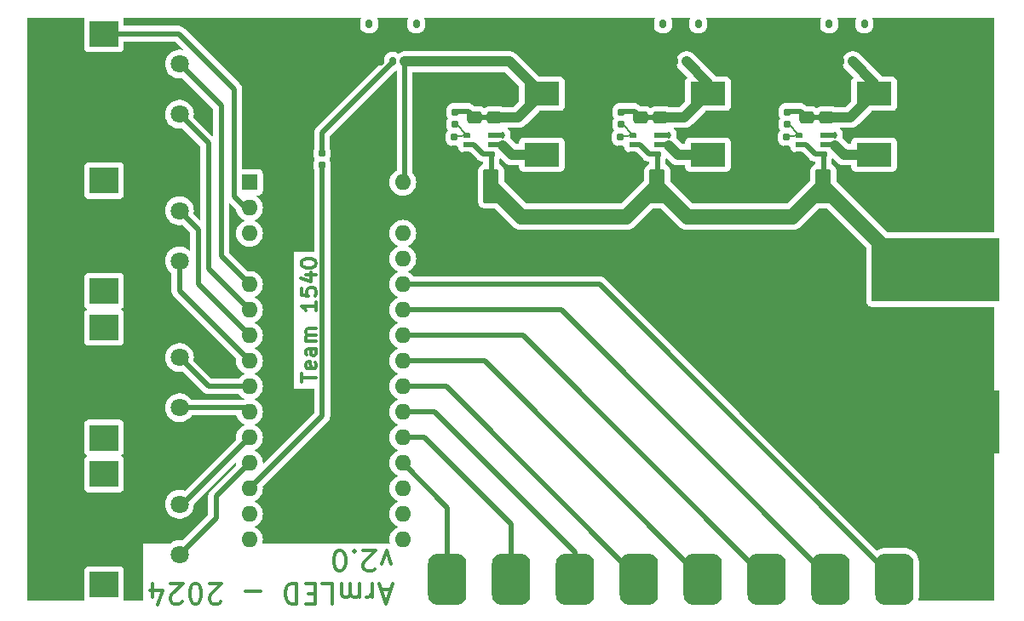
<source format=gbr>
%TF.GenerationSoftware,KiCad,Pcbnew,8.0.2*%
%TF.CreationDate,2024-10-18T13:00:14-07:00*%
%TF.ProjectId,ArmLEDsPrototype,41726d4c-4544-4735-9072-6f746f747970,rev?*%
%TF.SameCoordinates,Original*%
%TF.FileFunction,Copper,L1,Top*%
%TF.FilePolarity,Positive*%
%FSLAX46Y46*%
G04 Gerber Fmt 4.6, Leading zero omitted, Abs format (unit mm)*
G04 Created by KiCad (PCBNEW 8.0.2) date 2024-10-18 13:00:14*
%MOMM*%
%LPD*%
G01*
G04 APERTURE LIST*
G04 Aperture macros list*
%AMRoundRect*
0 Rectangle with rounded corners*
0 $1 Rounding radius*
0 $2 $3 $4 $5 $6 $7 $8 $9 X,Y pos of 4 corners*
0 Add a 4 corners polygon primitive as box body*
4,1,4,$2,$3,$4,$5,$6,$7,$8,$9,$2,$3,0*
0 Add four circle primitives for the rounded corners*
1,1,$1+$1,$2,$3*
1,1,$1+$1,$4,$5*
1,1,$1+$1,$6,$7*
1,1,$1+$1,$8,$9*
0 Add four rect primitives between the rounded corners*
20,1,$1+$1,$2,$3,$4,$5,0*
20,1,$1+$1,$4,$5,$6,$7,0*
20,1,$1+$1,$6,$7,$8,$9,0*
20,1,$1+$1,$8,$9,$2,$3,0*%
G04 Aperture macros list end*
%TA.AperFunction,Conductor*%
%ADD10C,0.200000*%
%TD*%
%ADD11C,0.300000*%
%TA.AperFunction,NonConductor*%
%ADD12C,0.300000*%
%TD*%
%TA.AperFunction,SMDPad,CuDef*%
%ADD13RoundRect,0.250000X0.475000X-0.337500X0.475000X0.337500X-0.475000X0.337500X-0.475000X-0.337500X0*%
%TD*%
%TA.AperFunction,SMDPad,CuDef*%
%ADD14R,3.499992X2.349998*%
%TD*%
%TA.AperFunction,SMDPad,CuDef*%
%ADD15R,3.499996X2.349986*%
%TD*%
%TA.AperFunction,SMDPad,CuDef*%
%ADD16RoundRect,0.160000X-0.160000X0.197500X-0.160000X-0.197500X0.160000X-0.197500X0.160000X0.197500X0*%
%TD*%
%TA.AperFunction,SMDPad,CuDef*%
%ADD17RoundRect,0.250000X0.537500X1.450000X-0.537500X1.450000X-0.537500X-1.450000X0.537500X-1.450000X0*%
%TD*%
%TA.AperFunction,SMDPad,CuDef*%
%ADD18RoundRect,0.100000X-0.100000X0.217500X-0.100000X-0.217500X0.100000X-0.217500X0.100000X0.217500X0*%
%TD*%
%TA.AperFunction,ComponentPad*%
%ADD19C,1.800000*%
%TD*%
%TA.AperFunction,ComponentPad*%
%ADD20R,2.900000X2.600000*%
%TD*%
%TA.AperFunction,SMDPad,CuDef*%
%ADD21RoundRect,0.150000X0.150000X0.275000X-0.150000X0.275000X-0.150000X-0.275000X0.150000X-0.275000X0*%
%TD*%
%TA.AperFunction,SMDPad,CuDef*%
%ADD22RoundRect,0.175000X0.175000X0.225000X-0.175000X0.225000X-0.175000X-0.225000X0.175000X-0.225000X0*%
%TD*%
%TA.AperFunction,SMDPad,CuDef*%
%ADD23RoundRect,0.139700X0.228597X-0.139700X0.228597X0.139700X-0.228597X0.139700X-0.228597X-0.139700X0*%
%TD*%
%TA.AperFunction,SMDPad,CuDef*%
%ADD24RoundRect,0.139700X0.228599X-0.139699X0.228599X0.139699X-0.228599X0.139699X-0.228599X-0.139699X0*%
%TD*%
%TA.AperFunction,SMDPad,CuDef*%
%ADD25RoundRect,0.139700X0.228600X-0.139700X0.228600X0.139700X-0.228600X0.139700X-0.228600X-0.139700X0*%
%TD*%
%TA.AperFunction,SMDPad,CuDef*%
%ADD26RoundRect,0.139699X0.228599X-0.139699X0.228599X0.139699X-0.228599X0.139699X-0.228599X-0.139699X0*%
%TD*%
%TA.AperFunction,SMDPad,CuDef*%
%ADD27RoundRect,0.139698X0.228597X-0.139697X0.228597X0.139697X-0.228597X0.139697X-0.228597X-0.139697X0*%
%TD*%
%TA.AperFunction,ConnectorPad*%
%ADD28R,12.700000X6.350000*%
%TD*%
%TA.AperFunction,ComponentPad*%
%ADD29R,1.600000X1.600000*%
%TD*%
%TA.AperFunction,ComponentPad*%
%ADD30O,1.600000X1.600000*%
%TD*%
%TA.AperFunction,SMDPad,CuDef*%
%ADD31RoundRect,0.952500X0.952500X-1.587500X0.952500X1.587500X-0.952500X1.587500X-0.952500X-1.587500X0*%
%TD*%
%TA.AperFunction,SMDPad,CuDef*%
%ADD32RoundRect,0.160000X0.160000X-0.197500X0.160000X0.197500X-0.160000X0.197500X-0.160000X-0.197500X0*%
%TD*%
%TA.AperFunction,ViaPad*%
%ADD33C,0.609600*%
%TD*%
%TA.AperFunction,ViaPad*%
%ADD34C,0.600000*%
%TD*%
%TA.AperFunction,Conductor*%
%ADD35C,0.500000*%
%TD*%
%TA.AperFunction,Conductor*%
%ADD36C,1.524000*%
%TD*%
%TA.AperFunction,Conductor*%
%ADD37C,1.016000*%
%TD*%
G04 APERTURE END LIST*
D10*
%TO.N,Net-(U2-FB)*%
X139695000Y-85950000D02*
X140695000Y-87150000D01*
%TO.N,Net-(U1-FB)*%
X157205000Y-87150000D02*
X155905000Y-87350000D01*
X156205000Y-85950000D02*
X157205000Y-87150000D01*
%TO.N,Net-(U3-FB)*%
X124185000Y-87150000D02*
X122885000Y-87350000D01*
X123185000Y-85950000D02*
X124185000Y-87150000D01*
%TO.N,Net-(U2-FB)*%
X140695000Y-87150000D02*
X139395000Y-87350000D01*
D11*
D12*
X116636317Y-132324342D02*
X115668032Y-132324342D01*
X116829974Y-131743371D02*
X116152174Y-133776771D01*
X116152174Y-133776771D02*
X115474374Y-131743371D01*
X114796575Y-131743371D02*
X114796575Y-133098971D01*
X114796575Y-132711657D02*
X114699746Y-132905314D01*
X114699746Y-132905314D02*
X114602918Y-133002142D01*
X114602918Y-133002142D02*
X114409260Y-133098971D01*
X114409260Y-133098971D02*
X114215603Y-133098971D01*
X113537804Y-131743371D02*
X113537804Y-133098971D01*
X113537804Y-132905314D02*
X113440975Y-133002142D01*
X113440975Y-133002142D02*
X113247318Y-133098971D01*
X113247318Y-133098971D02*
X112956832Y-133098971D01*
X112956832Y-133098971D02*
X112763175Y-133002142D01*
X112763175Y-133002142D02*
X112666347Y-132808485D01*
X112666347Y-132808485D02*
X112666347Y-131743371D01*
X112666347Y-132808485D02*
X112569518Y-133002142D01*
X112569518Y-133002142D02*
X112375861Y-133098971D01*
X112375861Y-133098971D02*
X112085375Y-133098971D01*
X112085375Y-133098971D02*
X111891718Y-133002142D01*
X111891718Y-133002142D02*
X111794889Y-132808485D01*
X111794889Y-132808485D02*
X111794889Y-131743371D01*
X109858318Y-131743371D02*
X110826604Y-131743371D01*
X110826604Y-131743371D02*
X110826604Y-133776771D01*
X109180518Y-132808485D02*
X108502718Y-132808485D01*
X108212232Y-131743371D02*
X109180518Y-131743371D01*
X109180518Y-131743371D02*
X109180518Y-133776771D01*
X109180518Y-133776771D02*
X108212232Y-133776771D01*
X107340775Y-131743371D02*
X107340775Y-133776771D01*
X107340775Y-133776771D02*
X106856632Y-133776771D01*
X106856632Y-133776771D02*
X106566146Y-133679942D01*
X106566146Y-133679942D02*
X106372489Y-133486285D01*
X106372489Y-133486285D02*
X106275660Y-133292628D01*
X106275660Y-133292628D02*
X106178832Y-132905314D01*
X106178832Y-132905314D02*
X106178832Y-132614828D01*
X106178832Y-132614828D02*
X106275660Y-132227514D01*
X106275660Y-132227514D02*
X106372489Y-132033857D01*
X106372489Y-132033857D02*
X106566146Y-131840200D01*
X106566146Y-131840200D02*
X106856632Y-131743371D01*
X106856632Y-131743371D02*
X107340775Y-131743371D01*
X103758118Y-132518000D02*
X102208861Y-132518000D01*
X99788146Y-133583114D02*
X99691318Y-133679942D01*
X99691318Y-133679942D02*
X99497661Y-133776771D01*
X99497661Y-133776771D02*
X99013518Y-133776771D01*
X99013518Y-133776771D02*
X98819861Y-133679942D01*
X98819861Y-133679942D02*
X98723032Y-133583114D01*
X98723032Y-133583114D02*
X98626203Y-133389457D01*
X98626203Y-133389457D02*
X98626203Y-133195800D01*
X98626203Y-133195800D02*
X98723032Y-132905314D01*
X98723032Y-132905314D02*
X99884975Y-131743371D01*
X99884975Y-131743371D02*
X98626203Y-131743371D01*
X97367432Y-133776771D02*
X97173775Y-133776771D01*
X97173775Y-133776771D02*
X96980118Y-133679942D01*
X96980118Y-133679942D02*
X96883290Y-133583114D01*
X96883290Y-133583114D02*
X96786461Y-133389457D01*
X96786461Y-133389457D02*
X96689632Y-133002142D01*
X96689632Y-133002142D02*
X96689632Y-132518000D01*
X96689632Y-132518000D02*
X96786461Y-132130685D01*
X96786461Y-132130685D02*
X96883290Y-131937028D01*
X96883290Y-131937028D02*
X96980118Y-131840200D01*
X96980118Y-131840200D02*
X97173775Y-131743371D01*
X97173775Y-131743371D02*
X97367432Y-131743371D01*
X97367432Y-131743371D02*
X97561090Y-131840200D01*
X97561090Y-131840200D02*
X97657918Y-131937028D01*
X97657918Y-131937028D02*
X97754747Y-132130685D01*
X97754747Y-132130685D02*
X97851575Y-132518000D01*
X97851575Y-132518000D02*
X97851575Y-133002142D01*
X97851575Y-133002142D02*
X97754747Y-133389457D01*
X97754747Y-133389457D02*
X97657918Y-133583114D01*
X97657918Y-133583114D02*
X97561090Y-133679942D01*
X97561090Y-133679942D02*
X97367432Y-133776771D01*
X95915004Y-133583114D02*
X95818176Y-133679942D01*
X95818176Y-133679942D02*
X95624519Y-133776771D01*
X95624519Y-133776771D02*
X95140376Y-133776771D01*
X95140376Y-133776771D02*
X94946719Y-133679942D01*
X94946719Y-133679942D02*
X94849890Y-133583114D01*
X94849890Y-133583114D02*
X94753061Y-133389457D01*
X94753061Y-133389457D02*
X94753061Y-133195800D01*
X94753061Y-133195800D02*
X94849890Y-132905314D01*
X94849890Y-132905314D02*
X96011833Y-131743371D01*
X96011833Y-131743371D02*
X94753061Y-131743371D01*
X93010148Y-133098971D02*
X93010148Y-131743371D01*
X93494290Y-133873600D02*
X93978433Y-132421171D01*
X93978433Y-132421171D02*
X92719662Y-132421171D01*
X116733146Y-129825311D02*
X116249003Y-128469711D01*
X116249003Y-128469711D02*
X115764860Y-129825311D01*
X115087060Y-130309454D02*
X114990232Y-130406282D01*
X114990232Y-130406282D02*
X114796575Y-130503111D01*
X114796575Y-130503111D02*
X114312432Y-130503111D01*
X114312432Y-130503111D02*
X114118775Y-130406282D01*
X114118775Y-130406282D02*
X114021946Y-130309454D01*
X114021946Y-130309454D02*
X113925117Y-130115797D01*
X113925117Y-130115797D02*
X113925117Y-129922140D01*
X113925117Y-129922140D02*
X114021946Y-129631654D01*
X114021946Y-129631654D02*
X115183889Y-128469711D01*
X115183889Y-128469711D02*
X113925117Y-128469711D01*
X113053661Y-128663368D02*
X112956832Y-128566540D01*
X112956832Y-128566540D02*
X113053661Y-128469711D01*
X113053661Y-128469711D02*
X113150489Y-128566540D01*
X113150489Y-128566540D02*
X113053661Y-128663368D01*
X113053661Y-128663368D02*
X113053661Y-128469711D01*
X111698060Y-130503111D02*
X111504403Y-130503111D01*
X111504403Y-130503111D02*
X111310746Y-130406282D01*
X111310746Y-130406282D02*
X111213918Y-130309454D01*
X111213918Y-130309454D02*
X111117089Y-130115797D01*
X111117089Y-130115797D02*
X111020260Y-129728482D01*
X111020260Y-129728482D02*
X111020260Y-129244340D01*
X111020260Y-129244340D02*
X111117089Y-128857025D01*
X111117089Y-128857025D02*
X111213918Y-128663368D01*
X111213918Y-128663368D02*
X111310746Y-128566540D01*
X111310746Y-128566540D02*
X111504403Y-128469711D01*
X111504403Y-128469711D02*
X111698060Y-128469711D01*
X111698060Y-128469711D02*
X111891718Y-128566540D01*
X111891718Y-128566540D02*
X111988546Y-128663368D01*
X111988546Y-128663368D02*
X112085375Y-128857025D01*
X112085375Y-128857025D02*
X112182203Y-129244340D01*
X112182203Y-129244340D02*
X112182203Y-129728482D01*
X112182203Y-129728482D02*
X112085375Y-130115797D01*
X112085375Y-130115797D02*
X111988546Y-130309454D01*
X111988546Y-130309454D02*
X111891718Y-130406282D01*
X111891718Y-130406282D02*
X111698060Y-130503111D01*
D11*
D12*
X107774828Y-111673774D02*
X107774828Y-110816632D01*
X109274828Y-111245203D02*
X107774828Y-111245203D01*
X109203400Y-109745203D02*
X109274828Y-109888060D01*
X109274828Y-109888060D02*
X109274828Y-110173775D01*
X109274828Y-110173775D02*
X109203400Y-110316632D01*
X109203400Y-110316632D02*
X109060542Y-110388060D01*
X109060542Y-110388060D02*
X108489114Y-110388060D01*
X108489114Y-110388060D02*
X108346257Y-110316632D01*
X108346257Y-110316632D02*
X108274828Y-110173775D01*
X108274828Y-110173775D02*
X108274828Y-109888060D01*
X108274828Y-109888060D02*
X108346257Y-109745203D01*
X108346257Y-109745203D02*
X108489114Y-109673775D01*
X108489114Y-109673775D02*
X108631971Y-109673775D01*
X108631971Y-109673775D02*
X108774828Y-110388060D01*
X109274828Y-108388061D02*
X108489114Y-108388061D01*
X108489114Y-108388061D02*
X108346257Y-108459489D01*
X108346257Y-108459489D02*
X108274828Y-108602346D01*
X108274828Y-108602346D02*
X108274828Y-108888061D01*
X108274828Y-108888061D02*
X108346257Y-109030918D01*
X109203400Y-108388061D02*
X109274828Y-108530918D01*
X109274828Y-108530918D02*
X109274828Y-108888061D01*
X109274828Y-108888061D02*
X109203400Y-109030918D01*
X109203400Y-109030918D02*
X109060542Y-109102346D01*
X109060542Y-109102346D02*
X108917685Y-109102346D01*
X108917685Y-109102346D02*
X108774828Y-109030918D01*
X108774828Y-109030918D02*
X108703400Y-108888061D01*
X108703400Y-108888061D02*
X108703400Y-108530918D01*
X108703400Y-108530918D02*
X108631971Y-108388061D01*
X109274828Y-107673775D02*
X108274828Y-107673775D01*
X108417685Y-107673775D02*
X108346257Y-107602346D01*
X108346257Y-107602346D02*
X108274828Y-107459489D01*
X108274828Y-107459489D02*
X108274828Y-107245203D01*
X108274828Y-107245203D02*
X108346257Y-107102346D01*
X108346257Y-107102346D02*
X108489114Y-107030918D01*
X108489114Y-107030918D02*
X109274828Y-107030918D01*
X108489114Y-107030918D02*
X108346257Y-106959489D01*
X108346257Y-106959489D02*
X108274828Y-106816632D01*
X108274828Y-106816632D02*
X108274828Y-106602346D01*
X108274828Y-106602346D02*
X108346257Y-106459489D01*
X108346257Y-106459489D02*
X108489114Y-106388060D01*
X108489114Y-106388060D02*
X109274828Y-106388060D01*
X109274828Y-103745203D02*
X109274828Y-104602346D01*
X109274828Y-104173775D02*
X107774828Y-104173775D01*
X107774828Y-104173775D02*
X107989114Y-104316632D01*
X107989114Y-104316632D02*
X108131971Y-104459489D01*
X108131971Y-104459489D02*
X108203400Y-104602346D01*
X107774828Y-102388061D02*
X107774828Y-103102347D01*
X107774828Y-103102347D02*
X108489114Y-103173775D01*
X108489114Y-103173775D02*
X108417685Y-103102347D01*
X108417685Y-103102347D02*
X108346257Y-102959490D01*
X108346257Y-102959490D02*
X108346257Y-102602347D01*
X108346257Y-102602347D02*
X108417685Y-102459490D01*
X108417685Y-102459490D02*
X108489114Y-102388061D01*
X108489114Y-102388061D02*
X108631971Y-102316632D01*
X108631971Y-102316632D02*
X108989114Y-102316632D01*
X108989114Y-102316632D02*
X109131971Y-102388061D01*
X109131971Y-102388061D02*
X109203400Y-102459490D01*
X109203400Y-102459490D02*
X109274828Y-102602347D01*
X109274828Y-102602347D02*
X109274828Y-102959490D01*
X109274828Y-102959490D02*
X109203400Y-103102347D01*
X109203400Y-103102347D02*
X109131971Y-103173775D01*
X108274828Y-101030919D02*
X109274828Y-101030919D01*
X107703400Y-101388061D02*
X108774828Y-101745204D01*
X108774828Y-101745204D02*
X108774828Y-100816633D01*
X107774828Y-99959490D02*
X107774828Y-99816633D01*
X107774828Y-99816633D02*
X107846257Y-99673776D01*
X107846257Y-99673776D02*
X107917685Y-99602348D01*
X107917685Y-99602348D02*
X108060542Y-99530919D01*
X108060542Y-99530919D02*
X108346257Y-99459490D01*
X108346257Y-99459490D02*
X108703400Y-99459490D01*
X108703400Y-99459490D02*
X108989114Y-99530919D01*
X108989114Y-99530919D02*
X109131971Y-99602348D01*
X109131971Y-99602348D02*
X109203400Y-99673776D01*
X109203400Y-99673776D02*
X109274828Y-99816633D01*
X109274828Y-99816633D02*
X109274828Y-99959490D01*
X109274828Y-99959490D02*
X109203400Y-100102348D01*
X109203400Y-100102348D02*
X109131971Y-100173776D01*
X109131971Y-100173776D02*
X108989114Y-100245205D01*
X108989114Y-100245205D02*
X108703400Y-100316633D01*
X108703400Y-100316633D02*
X108346257Y-100316633D01*
X108346257Y-100316633D02*
X108060542Y-100245205D01*
X108060542Y-100245205D02*
X107917685Y-100173776D01*
X107917685Y-100173776D02*
X107846257Y-100102348D01*
X107846257Y-100102348D02*
X107774828Y-99959490D01*
%TD*%
D13*
%TO.P,C8,1*%
%TO.N,/5V#2*%
X141515000Y-85367500D03*
%TO.P,C8,2*%
%TO.N,GND*%
X141515000Y-83292500D03*
%TD*%
%TO.P,C11,1*%
%TO.N,/5V#3*%
X126985002Y-85362507D03*
%TO.P,C11,2*%
%TO.N,GND*%
X126985002Y-83287507D03*
%TD*%
%TO.P,C3,1*%
%TO.N,/5V#1*%
X160005002Y-85362507D03*
%TO.P,C3,2*%
%TO.N,GND*%
X160005002Y-83287507D03*
%TD*%
D14*
%TO.P,L3,1,1*%
%TO.N,Net-(U3-LX)*%
X131684996Y-89074999D03*
D15*
%TO.P,L3,2,2*%
%TO.N,/5V#3*%
X131685002Y-83025007D03*
%TD*%
D16*
%TO.P,R13,1*%
%TO.N,/5V#3*%
X123085000Y-84852500D03*
%TO.P,R13,2*%
%TO.N,Net-(U3-FB)*%
X123085000Y-86047500D03*
%TD*%
D17*
%TO.P,C5,1*%
%TO.N,+9V*%
X143132502Y-92225007D03*
%TO.P,C5,2*%
%TO.N,GND*%
X138857502Y-92225007D03*
%TD*%
D18*
%TO.P,C6,1*%
%TO.N,Net-(U2-BOOT)*%
X144295000Y-87142500D03*
%TO.P,C6,2*%
%TO.N,Net-(U2-LX)*%
X144295000Y-87957500D03*
%TD*%
D19*
%TO.P,SW3,A,A*%
%TO.N,/Controller/Input3A*%
X95675000Y-114260000D03*
%TO.P,SW3,B,B*%
%TO.N,/Controller/Input3B*%
X95675000Y-109260000D03*
%TO.P,SW3,C,C*%
%TO.N,GND*%
X95675000Y-111760000D03*
D20*
%TO.P,SW3,S1*%
%TO.N,N/C*%
X88175000Y-117260000D03*
%TO.P,SW3,S2*%
X88175000Y-106260000D03*
%TD*%
D21*
%TO.P,J3,1,Pin_1*%
%TO.N,/5V#2*%
X146075000Y-79825000D03*
%TO.P,J3,2,Pin_2*%
%TO.N,GND*%
X144875000Y-79825000D03*
D22*
%TO.P,J3,MP*%
%TO.N,N/C*%
X147225000Y-76050000D03*
X143725000Y-76050000D03*
%TD*%
D16*
%TO.P,R11,1*%
%TO.N,/5V#2*%
X139595000Y-84852500D03*
%TO.P,R11,2*%
%TO.N,Net-(U2-FB)*%
X139595000Y-86047500D03*
%TD*%
D23*
%TO.P,U2,1,FB*%
%TO.N,Net-(U2-FB)*%
X140752003Y-87122900D03*
D24*
%TO.P,U2,2,EN*%
%TO.N,+9V*%
X140752001Y-88062699D03*
D25*
%TO.P,U2,3,GND*%
%TO.N,GND*%
X140752000Y-89015200D03*
D26*
%TO.P,U2,4,VIN*%
%TO.N,+9V*%
X143190398Y-89002498D03*
D25*
%TO.P,U2,5,LX*%
%TO.N,Net-(U2-LX)*%
X143190400Y-88062700D03*
D27*
%TO.P,U2,6,BOOT*%
%TO.N,Net-(U2-BOOT)*%
X143190395Y-87110205D03*
%TD*%
D28*
%TO.P,BT1,1,+*%
%TO.N,+9V*%
X170815000Y-100507800D03*
%TO.P,BT1,2,-*%
%TO.N,GND*%
X170815000Y-115646200D03*
%TD*%
D19*
%TO.P,SW1,A,A*%
%TO.N,/Controller/Input1A*%
X95675000Y-85050000D03*
%TO.P,SW1,B,B*%
%TO.N,/Controller/Input1B*%
X95675000Y-80050000D03*
%TO.P,SW1,C,C*%
%TO.N,GND*%
X95675000Y-82550000D03*
D20*
%TO.P,SW1,S1,S1*%
X88175000Y-88050000D03*
%TO.P,SW1,S2,S2*%
%TO.N,/Controller/InputS*%
X88175000Y-77050000D03*
%TD*%
D17*
%TO.P,C9,1*%
%TO.N,+9V*%
X126622502Y-92225007D03*
%TO.P,C9,2*%
%TO.N,GND*%
X122347502Y-92225007D03*
%TD*%
D29*
%TO.P,A1,1,TX1*%
%TO.N,unconnected-(A1-TX1-Pad1)*%
X102630000Y-91825000D03*
D30*
%TO.P,A1,2,RX1*%
%TO.N,/Controller/InputS*%
X102630000Y-94365000D03*
%TO.P,A1,3,~{RESET}*%
%TO.N,unconnected-(A1-~{RESET}-Pad3)*%
X102630000Y-96905000D03*
%TO.P,A1,4,GND*%
%TO.N,GND*%
X102630000Y-99445000D03*
%TO.P,A1,5,D2*%
%TO.N,/Controller/Input1B*%
X102630000Y-101985000D03*
%TO.P,A1,6,D3*%
%TO.N,/Controller/Input1A*%
X102630000Y-104525000D03*
%TO.P,A1,7,D4*%
%TO.N,/Controller/Input2B*%
X102630000Y-107065000D03*
%TO.P,A1,8,D5*%
%TO.N,/Controller/Input2A*%
X102630000Y-109605000D03*
%TO.P,A1,9,D6*%
%TO.N,/Controller/Input3B*%
X102630000Y-112145000D03*
%TO.P,A1,10,D7*%
%TO.N,/Controller/Input3A*%
X102630000Y-114685000D03*
%TO.P,A1,11,D8*%
%TO.N,/Controller/Input4B*%
X102630000Y-117225000D03*
%TO.P,A1,12,D9*%
%TO.N,/Controller/Input4A*%
X102630000Y-119765000D03*
%TO.P,A1,13,D10*%
%TO.N,/LED_S*%
X102630000Y-122305000D03*
%TO.P,A1,14,MOSI*%
%TO.N,unconnected-(A1-MOSI-Pad14)*%
X102630000Y-124845000D03*
%TO.P,A1,15,MISO*%
%TO.N,unconnected-(A1-MISO-Pad15)*%
X102630000Y-127385000D03*
%TO.P,A1,16,SCK*%
%TO.N,unconnected-(A1-SCK-Pad16)*%
X117870000Y-127385000D03*
%TO.P,A1,17,3V3*%
%TO.N,+3.3V*%
X117870000Y-124845000D03*
%TO.P,A1,18,AREF*%
%TO.N,Net-(A1-AREF)*%
X117870000Y-122305000D03*
%TO.P,A1,19,A0*%
%TO.N,Net-(A1-A0)*%
X117870000Y-119765000D03*
%TO.P,A1,20,A1*%
%TO.N,Net-(A1-A1)*%
X117870000Y-117225000D03*
%TO.P,A1,21,A2*%
%TO.N,Net-(A1-A2)*%
X117870000Y-114685000D03*
%TO.P,A1,22,A3*%
%TO.N,Net-(A1-A3)*%
X117870000Y-112145000D03*
%TO.P,A1,23,SDA/A4*%
%TO.N,Net-(A1-SDA{slash}A4)*%
X117870000Y-109605000D03*
%TO.P,A1,24,SCL/A5*%
%TO.N,Net-(A1-SCL{slash}A5)*%
X117870000Y-107065000D03*
%TO.P,A1,25,A6*%
%TO.N,Net-(A1-A6)*%
X117870000Y-104525000D03*
%TO.P,A1,26,A7*%
%TO.N,Net-(A1-A7)*%
X117870000Y-101985000D03*
%TO.P,A1,27,+5V*%
%TO.N,unconnected-(A1-+5V-Pad27)*%
X117870000Y-99445000D03*
%TO.P,A1,28,~{RESET}*%
%TO.N,unconnected-(A1-~{RESET}-Pad28)*%
X117870000Y-96905000D03*
%TO.P,A1,29,GND*%
%TO.N,GND*%
X117870000Y-94365000D03*
%TO.P,A1,30,VIN*%
%TO.N,/5V#3*%
X117870000Y-91825000D03*
%TD*%
D14*
%TO.P,L1,1,1*%
%TO.N,Net-(U1-LX)*%
X164704996Y-89074999D03*
D15*
%TO.P,L1,2,2*%
%TO.N,/5V#1*%
X164705002Y-83025007D03*
%TD*%
D19*
%TO.P,SW4,A,A*%
%TO.N,/Controller/Input4A*%
X95675000Y-128865000D03*
%TO.P,SW4,B,B*%
%TO.N,/Controller/Input4B*%
X95675000Y-123865000D03*
%TO.P,SW4,C,C*%
%TO.N,GND*%
X95675000Y-126365000D03*
D20*
%TO.P,SW4,S1*%
%TO.N,N/C*%
X88175000Y-131865000D03*
%TO.P,SW4,S2*%
X88175000Y-120865000D03*
%TD*%
D31*
%TO.P,J1,1,Pin_1*%
%TO.N,Net-(A1-A0)*%
X122301000Y-131318000D03*
%TO.P,J1,2,Pin_2*%
%TO.N,Net-(A1-A1)*%
X128651000Y-131318000D03*
%TO.P,J1,3,Pin_3*%
%TO.N,Net-(A1-A2)*%
X135001000Y-131318000D03*
%TO.P,J1,4,Pin_4*%
%TO.N,Net-(A1-A3)*%
X141351000Y-131318000D03*
%TO.P,J1,5,Pin_5*%
%TO.N,Net-(A1-SDA{slash}A4)*%
X147701000Y-131318000D03*
%TO.P,J1,6,Pin_6*%
%TO.N,Net-(A1-SCL{slash}A5)*%
X154051000Y-131318000D03*
%TO.P,J1,7,Pin_7*%
%TO.N,Net-(A1-A6)*%
X160401000Y-131318000D03*
%TO.P,J1,8,Pin_8*%
%TO.N,Net-(A1-A7)*%
X166751000Y-131318000D03*
%TD*%
D16*
%TO.P,R14,1*%
%TO.N,Net-(U3-FB)*%
X122985000Y-87352500D03*
%TO.P,R14,2*%
%TO.N,GND*%
X122985000Y-88547500D03*
%TD*%
D18*
%TO.P,C2,1*%
%TO.N,Net-(U1-BOOT)*%
X160805000Y-87142500D03*
%TO.P,C2,2*%
%TO.N,Net-(U1-LX)*%
X160805000Y-87957500D03*
%TD*%
D23*
%TO.P,U3,1,FB*%
%TO.N,Net-(U3-FB)*%
X124242003Y-87122900D03*
D24*
%TO.P,U3,2,EN*%
%TO.N,+9V*%
X124242001Y-88062699D03*
D25*
%TO.P,U3,3,GND*%
%TO.N,GND*%
X124242000Y-89015200D03*
D26*
%TO.P,U3,4,VIN*%
%TO.N,+9V*%
X126680398Y-89002498D03*
D25*
%TO.P,U3,5,LX*%
%TO.N,Net-(U3-LX)*%
X126680400Y-88062700D03*
D27*
%TO.P,U3,6,BOOT*%
%TO.N,Net-(U3-BOOT)*%
X126680395Y-87110205D03*
%TD*%
D23*
%TO.P,U1,1,FB*%
%TO.N,Net-(U1-FB)*%
X157262003Y-87122900D03*
D24*
%TO.P,U1,2,EN*%
%TO.N,+9V*%
X157262001Y-88062699D03*
D25*
%TO.P,U1,3,GND*%
%TO.N,GND*%
X157262000Y-89015200D03*
D26*
%TO.P,U1,4,VIN*%
%TO.N,+9V*%
X159700398Y-89002498D03*
D25*
%TO.P,U1,5,LX*%
%TO.N,Net-(U1-LX)*%
X159700400Y-88062700D03*
D27*
%TO.P,U1,6,BOOT*%
%TO.N,Net-(U1-BOOT)*%
X159700395Y-87110205D03*
%TD*%
D16*
%TO.P,R9,1*%
%TO.N,/5V#1*%
X156105000Y-84852500D03*
%TO.P,R9,2*%
%TO.N,Net-(U1-FB)*%
X156105000Y-86047500D03*
%TD*%
D21*
%TO.P,J5,1,Pin_1*%
%TO.N,/5V#3*%
X118065000Y-79825000D03*
%TO.P,J5,2,Pin_2*%
%TO.N,Net-(J5-Pin_2)*%
X116865000Y-79825000D03*
%TO.P,J5,3,Pin_3*%
%TO.N,GND*%
X115665000Y-79825000D03*
D22*
%TO.P,J5,MP*%
%TO.N,N/C*%
X119215000Y-76050000D03*
X114515000Y-76050000D03*
%TD*%
D16*
%TO.P,R12,1*%
%TO.N,Net-(U2-FB)*%
X139495000Y-87352500D03*
%TO.P,R12,2*%
%TO.N,GND*%
X139495000Y-88547500D03*
%TD*%
%TO.P,R10,1*%
%TO.N,Net-(U1-FB)*%
X156005000Y-87352500D03*
%TO.P,R10,2*%
%TO.N,GND*%
X156005000Y-88547500D03*
%TD*%
D19*
%TO.P,SW2,A,A*%
%TO.N,/Controller/Input2A*%
X95675000Y-99655000D03*
%TO.P,SW2,B,B*%
%TO.N,/Controller/Input2B*%
X95675000Y-94655000D03*
%TO.P,SW2,C,C*%
%TO.N,GND*%
X95675000Y-97155000D03*
D20*
%TO.P,SW2,S1*%
%TO.N,N/C*%
X88175000Y-102655000D03*
%TO.P,SW2,S2*%
X88175000Y-91655000D03*
%TD*%
D32*
%TO.P,R1,1*%
%TO.N,/LED_S*%
X109842000Y-90150500D03*
%TO.P,R1,2*%
%TO.N,Net-(J5-Pin_2)*%
X109842000Y-88955500D03*
%TD*%
D13*
%TO.P,C12,1*%
%TO.N,/5V#3*%
X125005000Y-85367500D03*
%TO.P,C12,2*%
%TO.N,GND*%
X125005000Y-83292500D03*
%TD*%
%TO.P,C7,1*%
%TO.N,/5V#2*%
X143495002Y-85362507D03*
%TO.P,C7,2*%
%TO.N,GND*%
X143495002Y-83287507D03*
%TD*%
D21*
%TO.P,J6,1,Pin_1*%
%TO.N,/5V#1*%
X162585000Y-79825000D03*
%TO.P,J6,2,Pin_2*%
%TO.N,GND*%
X161385000Y-79825000D03*
D22*
%TO.P,J6,MP*%
%TO.N,N/C*%
X163735000Y-76050000D03*
X160235000Y-76050000D03*
%TD*%
D14*
%TO.P,L2,1,1*%
%TO.N,Net-(U2-LX)*%
X148194996Y-89074999D03*
D15*
%TO.P,L2,2,2*%
%TO.N,/5V#2*%
X148195002Y-83025007D03*
%TD*%
D18*
%TO.P,C10,1*%
%TO.N,Net-(U3-BOOT)*%
X127785000Y-87142500D03*
%TO.P,C10,2*%
%TO.N,Net-(U3-LX)*%
X127785000Y-87957500D03*
%TD*%
D17*
%TO.P,C1,1*%
%TO.N,+9V*%
X159642502Y-92225007D03*
%TO.P,C1,2*%
%TO.N,GND*%
X155367502Y-92225007D03*
%TD*%
D13*
%TO.P,C4,1*%
%TO.N,/5V#1*%
X158025000Y-85367500D03*
%TO.P,C4,2*%
%TO.N,GND*%
X158025000Y-83292500D03*
%TD*%
D33*
%TO.N,GND*%
X142875000Y-82042000D03*
D34*
X123952000Y-90297000D03*
X141224000Y-90297000D03*
D33*
X156591000Y-83312000D03*
X127254000Y-82042000D03*
D34*
X125603000Y-82042000D03*
X121666000Y-89789000D03*
X140081000Y-82550000D03*
D33*
X138938000Y-89789000D03*
D34*
X157734000Y-90297000D03*
X123571000Y-82550000D03*
D33*
X123190000Y-89789000D03*
D34*
X156972000Y-90297000D03*
X158623000Y-82042000D03*
D33*
X140081000Y-83312000D03*
D34*
X142113000Y-82042000D03*
D33*
X122428000Y-89789000D03*
X159385000Y-82042000D03*
D34*
X156591000Y-82550000D03*
D33*
X156210000Y-89789000D03*
D34*
X154686000Y-89789000D03*
D33*
X123571000Y-83312000D03*
D34*
X138176000Y-89789000D03*
D33*
X126365000Y-82042000D03*
D34*
X140462000Y-90297000D03*
D33*
X139700000Y-89789000D03*
X143764000Y-82042000D03*
D34*
X124714000Y-90297000D03*
D33*
X155448000Y-89789000D03*
X160274000Y-82042000D03*
%TD*%
D35*
%TO.N,Net-(A1-SCL{slash}A5)*%
X129798000Y-107065000D02*
X154051000Y-131318000D01*
X117870000Y-107065000D02*
X129798000Y-107065000D01*
%TO.N,Net-(A1-A6)*%
X133608000Y-104525000D02*
X160401000Y-131318000D01*
X117870000Y-104525000D02*
X133608000Y-104525000D01*
D10*
%TO.N,GND*%
X156610500Y-83292500D02*
X156591000Y-83312000D01*
D35*
%TO.N,Net-(A1-SDA{slash}A4)*%
X117870000Y-109605000D02*
X125988000Y-109605000D01*
X125988000Y-109605000D02*
X147701000Y-131318000D01*
%TO.N,Net-(A1-A3)*%
X117870000Y-112145000D02*
X122178000Y-112145000D01*
X122178000Y-112145000D02*
X141351000Y-131318000D01*
%TO.N,/LED_S*%
X109881553Y-115053447D02*
X109881553Y-90190053D01*
X109881553Y-90190053D02*
X109842000Y-90150500D01*
X102630000Y-122305000D02*
X109881553Y-115053447D01*
%TO.N,Net-(A1-A7)*%
X137418000Y-101985000D02*
X166751000Y-131318000D01*
X117870000Y-101985000D02*
X137418000Y-101985000D01*
%TO.N,+9V*%
X157262001Y-88062699D02*
X157949133Y-88062699D01*
X142378932Y-89002498D02*
X143190398Y-89002498D01*
X124242001Y-88062699D02*
X124929133Y-88062699D01*
X158888932Y-89002498D02*
X159700398Y-89002498D01*
X126660002Y-92125007D02*
X126660002Y-89022894D01*
X141439133Y-88062699D02*
X142378932Y-89002498D01*
D36*
X159642502Y-92225007D02*
X156617509Y-95250000D01*
X159642502Y-92225007D02*
X167493495Y-100076000D01*
D35*
X124929133Y-88062699D02*
X125868932Y-89002498D01*
D36*
X146157495Y-95250000D02*
X143132502Y-92225007D01*
X129647495Y-95250000D02*
X126622502Y-92225007D01*
D35*
X143170002Y-89022894D02*
X143190398Y-89002498D01*
D36*
X156617509Y-95250000D02*
X146157495Y-95250000D01*
D35*
X125868932Y-89002498D02*
X126680398Y-89002498D01*
X157949133Y-88062699D02*
X158888932Y-89002498D01*
X126660002Y-89022894D02*
X126680398Y-89002498D01*
X143170002Y-92125007D02*
X143170002Y-89022894D01*
X159680002Y-89022894D02*
X159700398Y-89002498D01*
X159680002Y-92125007D02*
X159680002Y-89022894D01*
D36*
X143132502Y-92225007D02*
X140107509Y-95250000D01*
D35*
X140752001Y-88062699D02*
X141439133Y-88062699D01*
D36*
X167493495Y-100076000D02*
X170434000Y-100076000D01*
X140107509Y-95250000D02*
X129647495Y-95250000D01*
D35*
%TO.N,Net-(U1-BOOT)*%
X160772705Y-87110205D02*
X160805000Y-87142500D01*
X159700395Y-87110205D02*
X160772705Y-87110205D01*
D10*
%TO.N,Net-(U1-FB)*%
X157307500Y-87077403D02*
X157262003Y-87122900D01*
D37*
%TO.N,Net-(U1-LX)*%
X161711999Y-89074999D02*
X160805000Y-88168000D01*
D35*
X159700400Y-88062700D02*
X160699800Y-88062700D01*
D37*
X164704996Y-89074999D02*
X161711999Y-89074999D01*
%TO.N,/5V#1*%
X164705002Y-81945002D02*
X162585000Y-79825000D01*
X164705002Y-83025007D02*
X164705002Y-81945002D01*
D35*
X157410000Y-84752500D02*
X158025000Y-85367500D01*
D37*
X162367502Y-85362507D02*
X164705002Y-83025007D01*
X160005002Y-85362507D02*
X162367502Y-85362507D01*
D35*
X156205000Y-84752500D02*
X157410000Y-84752500D01*
D37*
X165575007Y-83025007D02*
X164705002Y-83025007D01*
D35*
X158025000Y-85367500D02*
X160025000Y-85367500D01*
%TO.N,Net-(U2-LX)*%
X143190400Y-88062700D02*
X144189800Y-88062700D01*
D37*
X148194996Y-89074999D02*
X145201999Y-89074999D01*
X145201999Y-89074999D02*
X144295000Y-88168000D01*
D35*
X144189800Y-88062700D02*
X144295000Y-87957500D01*
%TO.N,Net-(U2-BOOT)*%
X143190395Y-87110205D02*
X144262705Y-87110205D01*
X144262705Y-87110205D02*
X144295000Y-87142500D01*
%TO.N,/5V#2*%
X141515000Y-85367500D02*
X143515000Y-85367500D01*
X139695000Y-84752500D02*
X140900000Y-84752500D01*
X140900000Y-84752500D02*
X141515000Y-85367500D01*
D37*
X148195002Y-81945002D02*
X146075000Y-79825000D01*
X145857502Y-85362507D02*
X148195002Y-83025007D01*
X143495002Y-85362507D02*
X145857502Y-85362507D01*
X148195002Y-83025007D02*
X148195002Y-81945002D01*
D35*
%TO.N,Net-(U3-LX)*%
X126680400Y-88062700D02*
X127679800Y-88062700D01*
D37*
X128691999Y-89074999D02*
X127785000Y-88168000D01*
X131684996Y-89074999D02*
X128691999Y-89074999D01*
D35*
X127679800Y-88062700D02*
X127785000Y-87957500D01*
%TO.N,Net-(U3-BOOT)*%
X126680395Y-87110205D02*
X127752705Y-87110205D01*
X127752705Y-87110205D02*
X127785000Y-87142500D01*
D37*
%TO.N,/5V#3*%
X126985002Y-85362507D02*
X129347502Y-85362507D01*
D35*
X118065000Y-91630000D02*
X117870000Y-91825000D01*
X118065000Y-79825000D02*
X118065000Y-91630000D01*
X125005000Y-85367500D02*
X127005000Y-85367500D01*
D37*
X129347502Y-85362507D02*
X131685002Y-83025007D01*
D35*
X123185000Y-84752500D02*
X124390000Y-84752500D01*
X124390000Y-84752500D02*
X125005000Y-85367500D01*
D37*
X131685002Y-83025007D02*
X128484995Y-79825000D01*
X128484995Y-79825000D02*
X118065000Y-79825000D01*
D10*
%TO.N,Net-(U2-FB)*%
X140797500Y-87077403D02*
X140752003Y-87122900D01*
%TO.N,Net-(U3-FB)*%
X124287500Y-87077403D02*
X124242003Y-87122900D01*
D35*
%TO.N,Net-(A1-A0)*%
X122301000Y-124196000D02*
X122301000Y-131318000D01*
X117870000Y-119765000D02*
X122301000Y-124196000D01*
%TO.N,Net-(A1-A1)*%
X117870000Y-117225000D02*
X120019000Y-117225000D01*
X120019000Y-117225000D02*
X128651000Y-125857000D01*
X128651000Y-125857000D02*
X128651000Y-131318000D01*
%TO.N,/Controller/Input4B*%
X102630000Y-117225000D02*
X95990000Y-123865000D01*
X95990000Y-123865000D02*
X95675000Y-123865000D01*
%TO.N,/Controller/Input4A*%
X99314000Y-123081000D02*
X99314000Y-125226000D01*
X99314000Y-125226000D02*
X95675000Y-128865000D01*
X102630000Y-119765000D02*
X99314000Y-123081000D01*
%TO.N,/Controller/InputS*%
X95592000Y-77050000D02*
X88175000Y-77050000D01*
X101092000Y-82550000D02*
X95592000Y-77050000D01*
X102239000Y-94365000D02*
X101092000Y-93218000D01*
X101092000Y-93218000D02*
X101092000Y-82550000D01*
X102630000Y-94365000D02*
X102239000Y-94365000D01*
%TO.N,/Controller/Input1B*%
X99822000Y-99177000D02*
X99822000Y-84197000D01*
X102630000Y-101985000D02*
X99822000Y-99177000D01*
X99822000Y-84197000D02*
X95675000Y-80050000D01*
%TO.N,/Controller/Input1A*%
X98552000Y-100447000D02*
X98552000Y-87927000D01*
X98552000Y-87927000D02*
X95675000Y-85050000D01*
X102630000Y-104525000D02*
X98552000Y-100447000D01*
%TO.N,/Controller/Input3B*%
X98560000Y-112145000D02*
X102630000Y-112145000D01*
X95675000Y-109260000D02*
X98560000Y-112145000D01*
%TO.N,/Controller/Input2A*%
X95675000Y-102650000D02*
X102630000Y-109605000D01*
X95675000Y-99655000D02*
X95675000Y-102650000D01*
%TO.N,Net-(A1-A2)*%
X121035000Y-114685000D02*
X135001000Y-128651000D01*
X135001000Y-128651000D02*
X135001000Y-131318000D01*
X117870000Y-114685000D02*
X121035000Y-114685000D01*
%TO.N,/Controller/Input3A*%
X102205000Y-114260000D02*
X102630000Y-114685000D01*
X95675000Y-114260000D02*
X102205000Y-114260000D01*
%TO.N,/Controller/Input2B*%
X95675000Y-94655000D02*
X97536000Y-96516000D01*
X97536000Y-96516000D02*
X97536000Y-101971000D01*
X97536000Y-101971000D02*
X102630000Y-107065000D01*
%TO.N,Net-(J5-Pin_2)*%
X109842000Y-86925684D02*
X109842000Y-88955500D01*
X116865000Y-79902684D02*
X109842000Y-86925684D01*
X116865000Y-79825000D02*
X116865000Y-79902684D01*
%TD*%
%TA.AperFunction,Conductor*%
%TO.N,Net-(U1-LX)*%
G36*
X161581968Y-88233619D02*
G01*
X161749321Y-88400972D01*
X161789056Y-88436222D01*
X161797120Y-88443375D01*
X161922858Y-88516929D01*
X161957506Y-88531281D01*
X161957511Y-88531283D01*
X161957516Y-88531284D01*
X162017893Y-88552163D01*
X162134444Y-88568183D01*
X162162206Y-88571999D01*
X162162207Y-88571999D01*
X162376092Y-88571999D01*
X162376100Y-88571999D01*
X162403073Y-88570385D01*
X162438516Y-88582641D01*
X162454912Y-88616370D01*
X162455000Y-88619297D01*
X162455000Y-89532647D01*
X162440648Y-89567295D01*
X162406000Y-89581647D01*
X162399329Y-89581191D01*
X162376102Y-89577999D01*
X162376100Y-89577999D01*
X161667282Y-89577999D01*
X161657722Y-89577057D01*
X161611743Y-89567910D01*
X161611666Y-89567895D01*
X161570015Y-89559610D01*
X161560824Y-89556822D01*
X161486219Y-89525920D01*
X161486201Y-89525912D01*
X161486201Y-89525913D01*
X161486198Y-89525912D01*
X161484674Y-89525280D01*
X161478192Y-89522595D01*
X161469724Y-89518069D01*
X161415455Y-89481808D01*
X161415449Y-89481804D01*
X161395359Y-89468381D01*
X161387937Y-89462289D01*
X161283170Y-89357522D01*
X161282991Y-89357340D01*
X161119352Y-89193701D01*
X161105000Y-89159053D01*
X161105000Y-88774332D01*
X161119352Y-88739684D01*
X161135249Y-88729062D01*
X161207584Y-88699100D01*
X161207592Y-88699095D01*
X161332924Y-88602925D01*
X161332925Y-88602924D01*
X161429098Y-88477589D01*
X161429101Y-88477584D01*
X161489556Y-88331630D01*
X161498739Y-88261872D01*
X161517490Y-88229393D01*
X161553715Y-88219686D01*
X161581968Y-88233619D01*
G37*
%TD.AperFunction*%
%TD*%
%TA.AperFunction,Conductor*%
%TO.N,GND*%
G36*
X86244033Y-75444852D02*
G01*
X86258385Y-75479500D01*
X86254969Y-75497476D01*
X86205324Y-75623363D01*
X86195100Y-75708510D01*
X86195100Y-78391489D01*
X86205324Y-78476636D01*
X86205326Y-78476641D01*
X86258765Y-78612151D01*
X86346781Y-78728219D01*
X86462849Y-78816235D01*
X86598359Y-78869674D01*
X86598362Y-78869674D01*
X86598364Y-78869675D01*
X86598363Y-78869675D01*
X86683511Y-78879900D01*
X86683514Y-78879900D01*
X89666489Y-78879900D01*
X89751636Y-78869675D01*
X89751637Y-78869674D01*
X89751641Y-78869674D01*
X89887151Y-78816235D01*
X90003219Y-78728219D01*
X90091235Y-78612151D01*
X90144674Y-78476641D01*
X90154900Y-78391486D01*
X90154900Y-77878900D01*
X90169252Y-77844252D01*
X90203900Y-77829900D01*
X95248658Y-77829900D01*
X95283306Y-77844252D01*
X96004210Y-78565156D01*
X96018562Y-78599804D01*
X96004210Y-78634452D01*
X95969562Y-78648804D01*
X95961497Y-78648136D01*
X95903625Y-78638479D01*
X95793485Y-78620100D01*
X95556515Y-78620100D01*
X95416272Y-78643502D01*
X95322775Y-78659104D01*
X95098649Y-78736047D01*
X95098639Y-78736051D01*
X94890247Y-78848827D01*
X94890239Y-78848832D01*
X94703232Y-78994386D01*
X94542738Y-79168728D01*
X94413135Y-79367100D01*
X94413128Y-79367112D01*
X94317941Y-79584118D01*
X94317940Y-79584121D01*
X94259768Y-79813840D01*
X94240199Y-80050000D01*
X94259768Y-80286160D01*
X94310531Y-80486623D01*
X94317941Y-80515881D01*
X94413128Y-80732887D01*
X94413135Y-80732899D01*
X94542738Y-80931271D01*
X94542740Y-80931273D01*
X94703236Y-81105617D01*
X94890238Y-81251167D01*
X94890245Y-81251171D01*
X94890247Y-81251172D01*
X95098639Y-81363948D01*
X95098641Y-81363948D01*
X95098647Y-81363952D01*
X95322777Y-81440896D01*
X95556515Y-81479900D01*
X95556518Y-81479900D01*
X95793482Y-81479900D01*
X95793485Y-81479900D01*
X95947264Y-81454238D01*
X95983801Y-81462691D01*
X95989976Y-81467922D01*
X99027748Y-84505693D01*
X99042100Y-84540341D01*
X99042100Y-87195858D01*
X99027748Y-87230506D01*
X98993100Y-87244858D01*
X98958452Y-87230506D01*
X97094536Y-85366591D01*
X97080184Y-85331943D01*
X97081684Y-85319913D01*
X97090231Y-85286164D01*
X97090231Y-85286163D01*
X97090232Y-85286160D01*
X97109801Y-85050000D01*
X97090232Y-84813840D01*
X97032060Y-84584121D01*
X96936870Y-84367110D01*
X96936868Y-84367107D01*
X96936864Y-84367100D01*
X96807261Y-84168728D01*
X96646767Y-83994386D01*
X96646766Y-83994385D01*
X96646764Y-83994383D01*
X96459762Y-83848833D01*
X96459759Y-83848831D01*
X96459752Y-83848827D01*
X96251360Y-83736051D01*
X96251354Y-83736048D01*
X96251353Y-83736048D01*
X96233392Y-83729882D01*
X96027224Y-83659104D01*
X95968788Y-83649353D01*
X95793485Y-83620100D01*
X95556515Y-83620100D01*
X95416272Y-83643502D01*
X95322775Y-83659104D01*
X95098649Y-83736047D01*
X95098639Y-83736051D01*
X94890247Y-83848827D01*
X94890239Y-83848832D01*
X94703232Y-83994386D01*
X94542738Y-84168728D01*
X94413135Y-84367100D01*
X94413128Y-84367112D01*
X94317941Y-84584118D01*
X94283614Y-84719675D01*
X94259768Y-84813840D01*
X94240199Y-85050000D01*
X94259768Y-85286160D01*
X94301257Y-85450000D01*
X94317941Y-85515881D01*
X94413128Y-85732887D01*
X94413135Y-85732899D01*
X94542738Y-85931271D01*
X94542740Y-85931273D01*
X94703236Y-86105617D01*
X94890238Y-86251167D01*
X94890245Y-86251171D01*
X94890247Y-86251172D01*
X95098639Y-86363948D01*
X95098641Y-86363948D01*
X95098647Y-86363952D01*
X95322777Y-86440896D01*
X95556515Y-86479900D01*
X95556518Y-86479900D01*
X95793482Y-86479900D01*
X95793485Y-86479900D01*
X95947264Y-86454238D01*
X95983801Y-86462691D01*
X95989976Y-86467922D01*
X97757748Y-88235693D01*
X97772100Y-88270341D01*
X97772100Y-95530858D01*
X97757748Y-95565506D01*
X97723100Y-95579858D01*
X97688452Y-95565506D01*
X97094536Y-94971591D01*
X97080184Y-94936943D01*
X97081684Y-94924913D01*
X97090231Y-94891164D01*
X97090231Y-94891163D01*
X97090232Y-94891160D01*
X97109801Y-94655000D01*
X97090232Y-94418840D01*
X97032060Y-94189121D01*
X96936870Y-93972110D01*
X96936868Y-93972107D01*
X96936864Y-93972100D01*
X96807261Y-93773728D01*
X96646767Y-93599386D01*
X96646766Y-93599385D01*
X96646764Y-93599383D01*
X96459762Y-93453833D01*
X96459759Y-93453831D01*
X96459752Y-93453827D01*
X96251360Y-93341051D01*
X96251354Y-93341048D01*
X96251353Y-93341048D01*
X96228545Y-93333218D01*
X96027224Y-93264104D01*
X95968788Y-93254353D01*
X95793485Y-93225100D01*
X95556515Y-93225100D01*
X95443026Y-93244038D01*
X95322775Y-93264104D01*
X95098649Y-93341047D01*
X95098639Y-93341051D01*
X94890247Y-93453827D01*
X94890239Y-93453832D01*
X94703232Y-93599386D01*
X94542738Y-93773728D01*
X94413135Y-93972100D01*
X94413128Y-93972112D01*
X94317941Y-94189118D01*
X94259768Y-94418839D01*
X94240199Y-94655000D01*
X94259768Y-94891160D01*
X94317941Y-95120881D01*
X94413128Y-95337887D01*
X94413135Y-95337899D01*
X94542738Y-95536271D01*
X94647920Y-95650529D01*
X94703236Y-95710617D01*
X94890238Y-95856167D01*
X94890245Y-95856171D01*
X94890247Y-95856172D01*
X95098639Y-95968948D01*
X95098641Y-95968948D01*
X95098647Y-95968952D01*
X95322777Y-96045896D01*
X95556515Y-96084900D01*
X95556518Y-96084900D01*
X95793482Y-96084900D01*
X95793485Y-96084900D01*
X95947264Y-96059238D01*
X95983801Y-96067691D01*
X95989976Y-96072922D01*
X96741748Y-96824693D01*
X96756100Y-96859341D01*
X96756100Y-98592576D01*
X96741748Y-98627224D01*
X96707100Y-98641576D01*
X96672452Y-98627224D01*
X96671050Y-98625763D01*
X96646767Y-98599386D01*
X96646766Y-98599385D01*
X96646764Y-98599383D01*
X96459762Y-98453833D01*
X96459759Y-98453831D01*
X96459752Y-98453827D01*
X96251360Y-98341051D01*
X96251354Y-98341048D01*
X96251353Y-98341048D01*
X96219972Y-98330275D01*
X96027224Y-98264104D01*
X95968788Y-98254353D01*
X95793485Y-98225100D01*
X95556515Y-98225100D01*
X95416272Y-98248502D01*
X95322775Y-98264104D01*
X95098649Y-98341047D01*
X95098639Y-98341051D01*
X94890247Y-98453827D01*
X94890239Y-98453832D01*
X94703232Y-98599386D01*
X94542738Y-98773728D01*
X94413135Y-98972100D01*
X94413128Y-98972112D01*
X94317941Y-99189118D01*
X94317940Y-99189121D01*
X94259768Y-99418840D01*
X94240199Y-99655000D01*
X94259768Y-99891160D01*
X94315818Y-100112500D01*
X94317941Y-100120881D01*
X94413128Y-100337887D01*
X94413135Y-100337899D01*
X94542738Y-100536271D01*
X94666122Y-100670301D01*
X94703236Y-100710617D01*
X94709376Y-100715396D01*
X94876196Y-100845238D01*
X94894724Y-100877845D01*
X94895100Y-100883906D01*
X94895100Y-102571150D01*
X94895099Y-102571176D01*
X94895099Y-102726816D01*
X94925069Y-102877482D01*
X94925071Y-102877491D01*
X94983859Y-103019417D01*
X94983861Y-103019421D01*
X95041017Y-103104961D01*
X95069211Y-103147157D01*
X101297528Y-109375474D01*
X101311880Y-109410122D01*
X101311694Y-109414392D01*
X101295020Y-109604999D01*
X101315301Y-109836819D01*
X101315302Y-109836825D01*
X101375526Y-110061582D01*
X101375528Y-110061587D01*
X101473871Y-110272488D01*
X101473878Y-110272500D01*
X101607341Y-110463103D01*
X101607347Y-110463110D01*
X101771889Y-110627652D01*
X101771896Y-110627658D01*
X101962499Y-110761121D01*
X101962511Y-110761128D01*
X102111476Y-110830591D01*
X102136813Y-110858241D01*
X102135177Y-110895708D01*
X102111476Y-110919409D01*
X101962511Y-110988871D01*
X101962499Y-110988878D01*
X101771896Y-111122341D01*
X101771889Y-111122347D01*
X101607347Y-111286889D01*
X101607346Y-111286891D01*
X101567213Y-111344206D01*
X101535585Y-111364356D01*
X101527076Y-111365100D01*
X98903341Y-111365100D01*
X98868693Y-111350748D01*
X97094536Y-109576591D01*
X97080184Y-109541943D01*
X97081684Y-109529913D01*
X97090231Y-109496164D01*
X97090231Y-109496163D01*
X97090232Y-109496160D01*
X97109801Y-109260000D01*
X97090232Y-109023840D01*
X97032060Y-108794121D01*
X96936870Y-108577110D01*
X96936868Y-108577107D01*
X96936864Y-108577100D01*
X96807261Y-108378728D01*
X96646767Y-108204386D01*
X96646766Y-108204385D01*
X96646764Y-108204383D01*
X96459762Y-108058833D01*
X96459759Y-108058831D01*
X96459752Y-108058827D01*
X96251360Y-107946051D01*
X96251354Y-107946048D01*
X96251353Y-107946048D01*
X96184517Y-107923103D01*
X96027224Y-107869104D01*
X95968183Y-107859252D01*
X95793485Y-107830100D01*
X95556515Y-107830100D01*
X95416272Y-107853502D01*
X95322775Y-107869104D01*
X95098649Y-107946047D01*
X95098639Y-107946051D01*
X94890247Y-108058827D01*
X94890239Y-108058832D01*
X94703232Y-108204386D01*
X94542738Y-108378728D01*
X94413135Y-108577100D01*
X94413128Y-108577112D01*
X94317941Y-108794118D01*
X94317940Y-108794121D01*
X94310095Y-108825100D01*
X94266005Y-108999212D01*
X94259768Y-109023840D01*
X94240199Y-109260000D01*
X94259768Y-109496160D01*
X94287329Y-109604999D01*
X94317941Y-109725881D01*
X94413128Y-109942887D01*
X94413135Y-109942899D01*
X94542738Y-110141271D01*
X94663543Y-110272500D01*
X94703236Y-110315617D01*
X94890238Y-110461167D01*
X94890245Y-110461171D01*
X94890247Y-110461172D01*
X95098639Y-110573948D01*
X95098641Y-110573948D01*
X95098647Y-110573952D01*
X95322777Y-110650896D01*
X95556515Y-110689900D01*
X95556518Y-110689900D01*
X95793482Y-110689900D01*
X95793485Y-110689900D01*
X95947264Y-110664238D01*
X95983801Y-110672691D01*
X95989976Y-110677922D01*
X97952496Y-112640441D01*
X97952501Y-112640447D01*
X98062842Y-112750788D01*
X98155186Y-112812490D01*
X98190579Y-112836139D01*
X98332508Y-112894928D01*
X98332509Y-112894928D01*
X98332511Y-112894929D01*
X98483187Y-112924901D01*
X98639223Y-112924901D01*
X98639243Y-112924900D01*
X101527076Y-112924900D01*
X101561724Y-112939252D01*
X101567208Y-112945787D01*
X101607342Y-113003103D01*
X101607347Y-113003110D01*
X101771889Y-113167652D01*
X101771896Y-113167658D01*
X101962499Y-113301121D01*
X101962507Y-113301125D01*
X101962510Y-113301127D01*
X102111477Y-113370591D01*
X102136813Y-113398240D01*
X102135177Y-113435707D01*
X102111478Y-113459407D01*
X102076952Y-113475508D01*
X102056242Y-113480100D01*
X96900007Y-113480100D01*
X96865359Y-113465748D01*
X96858986Y-113457900D01*
X96807261Y-113378727D01*
X96646767Y-113204386D01*
X96646766Y-113204385D01*
X96646764Y-113204383D01*
X96459762Y-113058833D01*
X96459759Y-113058831D01*
X96459752Y-113058827D01*
X96251360Y-112946051D01*
X96251354Y-112946048D01*
X96251353Y-112946048D01*
X96189751Y-112924900D01*
X96027224Y-112869104D01*
X95968788Y-112859353D01*
X95793485Y-112830100D01*
X95556515Y-112830100D01*
X95416272Y-112853502D01*
X95322775Y-112869104D01*
X95098649Y-112946047D01*
X95098639Y-112946051D01*
X94890247Y-113058827D01*
X94890239Y-113058832D01*
X94703232Y-113204386D01*
X94542738Y-113378728D01*
X94413135Y-113577100D01*
X94413128Y-113577112D01*
X94317941Y-113794118D01*
X94317940Y-113794121D01*
X94295128Y-113884205D01*
X94261371Y-114017511D01*
X94259768Y-114023840D01*
X94240199Y-114260000D01*
X94259768Y-114496160D01*
X94317940Y-114725879D01*
X94332419Y-114758888D01*
X94413128Y-114942887D01*
X94413135Y-114942899D01*
X94542738Y-115141271D01*
X94671310Y-115280937D01*
X94703236Y-115315617D01*
X94890238Y-115461167D01*
X94890245Y-115461171D01*
X94890247Y-115461172D01*
X95098639Y-115573948D01*
X95098641Y-115573948D01*
X95098647Y-115573952D01*
X95322777Y-115650896D01*
X95556515Y-115689900D01*
X95556518Y-115689900D01*
X95793482Y-115689900D01*
X95793485Y-115689900D01*
X96027223Y-115650896D01*
X96251353Y-115573952D01*
X96459762Y-115461167D01*
X96646764Y-115315617D01*
X96807260Y-115141273D01*
X96807262Y-115141271D01*
X96858986Y-115062100D01*
X96889951Y-115040943D01*
X96900007Y-115039900D01*
X101310682Y-115039900D01*
X101345330Y-115054252D01*
X101358012Y-115076218D01*
X101375526Y-115141582D01*
X101375528Y-115141587D01*
X101473871Y-115352488D01*
X101473878Y-115352500D01*
X101607341Y-115543103D01*
X101607347Y-115543110D01*
X101771889Y-115707652D01*
X101771896Y-115707658D01*
X101962499Y-115841121D01*
X101962511Y-115841128D01*
X102111476Y-115910591D01*
X102136813Y-115938241D01*
X102135177Y-115975708D01*
X102111476Y-115999409D01*
X101962511Y-116068871D01*
X101962499Y-116068878D01*
X101771896Y-116202341D01*
X101771889Y-116202347D01*
X101607347Y-116366889D01*
X101607341Y-116366896D01*
X101473878Y-116557499D01*
X101473871Y-116557511D01*
X101375528Y-116768412D01*
X101375526Y-116768417D01*
X101315302Y-116993174D01*
X101315301Y-116993180D01*
X101295020Y-117225000D01*
X101311694Y-117415606D01*
X101300416Y-117451373D01*
X101297528Y-117454524D01*
X96235500Y-122516552D01*
X96200852Y-122530904D01*
X96184942Y-122528249D01*
X96027224Y-122474104D01*
X95968788Y-122464353D01*
X95793485Y-122435100D01*
X95556515Y-122435100D01*
X95416272Y-122458502D01*
X95322775Y-122474104D01*
X95098649Y-122551047D01*
X95098639Y-122551051D01*
X94890247Y-122663827D01*
X94890239Y-122663832D01*
X94703232Y-122809386D01*
X94542738Y-122983728D01*
X94413135Y-123182100D01*
X94413128Y-123182112D01*
X94317941Y-123399118D01*
X94269470Y-123590529D01*
X94259768Y-123628840D01*
X94240199Y-123865000D01*
X94259768Y-124101160D01*
X94279102Y-124177511D01*
X94317941Y-124330881D01*
X94413128Y-124547887D01*
X94413135Y-124547899D01*
X94542738Y-124746271D01*
X94542740Y-124746273D01*
X94703236Y-124920617D01*
X94890238Y-125066167D01*
X94890245Y-125066171D01*
X94890247Y-125066172D01*
X95098639Y-125178948D01*
X95098641Y-125178948D01*
X95098647Y-125178952D01*
X95322777Y-125255896D01*
X95556515Y-125294900D01*
X95556518Y-125294900D01*
X95793482Y-125294900D01*
X95793485Y-125294900D01*
X96027223Y-125255896D01*
X96251353Y-125178952D01*
X96459762Y-125066167D01*
X96646764Y-124920617D01*
X96807260Y-124746273D01*
X96936870Y-124547890D01*
X97032060Y-124330879D01*
X97090232Y-124101160D01*
X97109801Y-123865000D01*
X97109800Y-123864995D01*
X97109840Y-123864521D01*
X97124024Y-123833920D01*
X101212505Y-119745439D01*
X101247152Y-119731088D01*
X101281800Y-119745440D01*
X101295966Y-119775818D01*
X101311694Y-119955606D01*
X101300416Y-119991373D01*
X101297528Y-119994524D01*
X98708211Y-122583842D01*
X98622859Y-122711582D01*
X98564071Y-122853508D01*
X98564069Y-122853517D01*
X98534099Y-123004183D01*
X98534099Y-123160222D01*
X98534100Y-123160243D01*
X98534100Y-124882657D01*
X98519748Y-124917305D01*
X95989976Y-127447076D01*
X95955328Y-127461428D01*
X95947263Y-127460760D01*
X95860178Y-127446228D01*
X95793485Y-127435100D01*
X95556515Y-127435100D01*
X95416272Y-127458502D01*
X95322775Y-127474104D01*
X95098649Y-127551047D01*
X95098639Y-127551051D01*
X94890247Y-127663827D01*
X94890233Y-127663836D01*
X94750296Y-127772754D01*
X94720200Y-127783086D01*
X92034762Y-127783086D01*
X92034762Y-133435500D01*
X92020410Y-133470148D01*
X91985762Y-133484500D01*
X90140615Y-133484500D01*
X90105967Y-133470148D01*
X90091615Y-133435500D01*
X90095031Y-133417524D01*
X90144674Y-133291641D01*
X90154900Y-133206486D01*
X90154900Y-130523514D01*
X90154900Y-130523510D01*
X90144675Y-130438363D01*
X90144674Y-130438361D01*
X90144674Y-130438359D01*
X90091235Y-130302849D01*
X90003219Y-130186781D01*
X89887151Y-130098765D01*
X89751641Y-130045326D01*
X89751639Y-130045325D01*
X89751635Y-130045324D01*
X89751636Y-130045324D01*
X89666489Y-130035100D01*
X89666486Y-130035100D01*
X86683514Y-130035100D01*
X86683511Y-130035100D01*
X86598363Y-130045324D01*
X86462849Y-130098765D01*
X86346781Y-130186781D01*
X86258765Y-130302849D01*
X86205324Y-130438363D01*
X86195100Y-130523510D01*
X86195100Y-133206489D01*
X86205324Y-133291636D01*
X86205326Y-133291641D01*
X86220427Y-133329935D01*
X86254969Y-133417524D01*
X86254328Y-133455022D01*
X86227361Y-133481084D01*
X86209385Y-133484500D01*
X80559500Y-133484500D01*
X80524852Y-133470148D01*
X80510500Y-133435500D01*
X80510500Y-115918510D01*
X86195100Y-115918510D01*
X86195100Y-118601489D01*
X86205324Y-118686636D01*
X86205326Y-118686641D01*
X86258765Y-118822151D01*
X86346781Y-118938219D01*
X86380199Y-118963560D01*
X86459184Y-119023457D01*
X86478120Y-119055828D01*
X86468619Y-119092108D01*
X86459184Y-119101543D01*
X86346783Y-119186779D01*
X86258765Y-119302849D01*
X86205324Y-119438363D01*
X86195100Y-119523510D01*
X86195100Y-122206489D01*
X86205324Y-122291636D01*
X86205326Y-122291641D01*
X86258765Y-122427151D01*
X86346781Y-122543219D01*
X86462849Y-122631235D01*
X86598359Y-122684674D01*
X86598362Y-122684674D01*
X86598364Y-122684675D01*
X86598363Y-122684675D01*
X86683511Y-122694900D01*
X86683514Y-122694900D01*
X89666489Y-122694900D01*
X89751636Y-122684675D01*
X89751637Y-122684674D01*
X89751641Y-122684674D01*
X89887151Y-122631235D01*
X90003219Y-122543219D01*
X90091235Y-122427151D01*
X90144674Y-122291641D01*
X90145766Y-122282552D01*
X90154900Y-122206489D01*
X90154900Y-119523510D01*
X90144675Y-119438363D01*
X90144674Y-119438361D01*
X90144674Y-119438359D01*
X90091235Y-119302849D01*
X90003219Y-119186781D01*
X89890814Y-119101543D01*
X89871879Y-119069172D01*
X89881379Y-119032892D01*
X89890814Y-119023457D01*
X90003219Y-118938219D01*
X90091235Y-118822151D01*
X90144674Y-118686641D01*
X90154013Y-118608878D01*
X90154900Y-118601489D01*
X90154900Y-115918510D01*
X90144675Y-115833363D01*
X90144674Y-115833361D01*
X90144674Y-115833359D01*
X90091235Y-115697849D01*
X90003219Y-115581781D01*
X89887151Y-115493765D01*
X89751641Y-115440326D01*
X89751639Y-115440325D01*
X89751635Y-115440324D01*
X89751636Y-115440324D01*
X89666489Y-115430100D01*
X89666486Y-115430100D01*
X86683514Y-115430100D01*
X86683511Y-115430100D01*
X86598363Y-115440324D01*
X86462849Y-115493765D01*
X86346781Y-115581781D01*
X86258765Y-115697849D01*
X86205324Y-115833363D01*
X86195100Y-115918510D01*
X80510500Y-115918510D01*
X80510500Y-101313510D01*
X86195100Y-101313510D01*
X86195100Y-103996489D01*
X86205324Y-104081636D01*
X86205326Y-104081641D01*
X86258765Y-104217151D01*
X86346781Y-104333219D01*
X86380199Y-104358560D01*
X86459184Y-104418457D01*
X86478120Y-104450828D01*
X86468619Y-104487108D01*
X86459184Y-104496543D01*
X86346783Y-104581779D01*
X86258765Y-104697849D01*
X86205324Y-104833363D01*
X86195100Y-104918510D01*
X86195100Y-107601489D01*
X86205324Y-107686636D01*
X86205326Y-107686641D01*
X86258765Y-107822151D01*
X86346781Y-107938219D01*
X86462849Y-108026235D01*
X86598359Y-108079674D01*
X86598362Y-108079674D01*
X86598364Y-108079675D01*
X86598363Y-108079675D01*
X86683511Y-108089900D01*
X86683514Y-108089900D01*
X89666489Y-108089900D01*
X89751636Y-108079675D01*
X89751637Y-108079674D01*
X89751641Y-108079674D01*
X89887151Y-108026235D01*
X90003219Y-107938219D01*
X90091235Y-107822151D01*
X90144674Y-107686641D01*
X90154900Y-107601486D01*
X90154900Y-104918514D01*
X90154900Y-104918510D01*
X90144675Y-104833363D01*
X90144674Y-104833361D01*
X90144674Y-104833359D01*
X90091235Y-104697849D01*
X90003219Y-104581781D01*
X89890814Y-104496543D01*
X89871879Y-104464172D01*
X89881379Y-104427892D01*
X89890814Y-104418457D01*
X90003219Y-104333219D01*
X90091235Y-104217151D01*
X90144674Y-104081641D01*
X90147151Y-104061019D01*
X90154900Y-103996489D01*
X90154900Y-101313510D01*
X90144675Y-101228363D01*
X90144674Y-101228361D01*
X90144674Y-101228359D01*
X90091235Y-101092849D01*
X90003219Y-100976781D01*
X89887151Y-100888765D01*
X89751641Y-100835326D01*
X89751639Y-100835325D01*
X89751635Y-100835324D01*
X89751636Y-100835324D01*
X89666489Y-100825100D01*
X89666486Y-100825100D01*
X86683514Y-100825100D01*
X86683511Y-100825100D01*
X86598363Y-100835324D01*
X86462849Y-100888765D01*
X86346781Y-100976781D01*
X86258765Y-101092849D01*
X86205324Y-101228363D01*
X86195100Y-101313510D01*
X80510500Y-101313510D01*
X80510500Y-90313510D01*
X86195100Y-90313510D01*
X86195100Y-92996489D01*
X86205324Y-93081636D01*
X86205326Y-93081641D01*
X86258765Y-93217151D01*
X86346781Y-93333219D01*
X86462849Y-93421235D01*
X86598359Y-93474674D01*
X86598362Y-93474674D01*
X86598364Y-93474675D01*
X86598363Y-93474675D01*
X86683511Y-93484900D01*
X86683514Y-93484900D01*
X89666489Y-93484900D01*
X89751636Y-93474675D01*
X89751637Y-93474674D01*
X89751641Y-93474674D01*
X89887151Y-93421235D01*
X90003219Y-93333219D01*
X90091235Y-93217151D01*
X90144674Y-93081641D01*
X90144935Y-93079473D01*
X90154900Y-92996489D01*
X90154900Y-90313510D01*
X90144675Y-90228363D01*
X90144674Y-90228361D01*
X90144674Y-90228359D01*
X90091235Y-90092849D01*
X90003219Y-89976781D01*
X89887151Y-89888765D01*
X89751641Y-89835326D01*
X89751639Y-89835325D01*
X89751635Y-89835324D01*
X89751636Y-89835324D01*
X89666489Y-89825100D01*
X89666486Y-89825100D01*
X86683514Y-89825100D01*
X86683511Y-89825100D01*
X86598363Y-89835324D01*
X86462849Y-89888765D01*
X86346781Y-89976781D01*
X86258765Y-90092849D01*
X86205324Y-90228363D01*
X86195100Y-90313510D01*
X80510500Y-90313510D01*
X80510500Y-75479500D01*
X80524852Y-75444852D01*
X80559500Y-75430500D01*
X86209385Y-75430500D01*
X86244033Y-75444852D01*
G37*
%TD.AperFunction*%
%TA.AperFunction,Conductor*%
G36*
X117258871Y-80751183D02*
G01*
X117282881Y-80779993D01*
X117285100Y-80794571D01*
X117285100Y-90599143D01*
X117270748Y-90633791D01*
X117256809Y-90643552D01*
X117202514Y-90668871D01*
X117202510Y-90668873D01*
X117202507Y-90668874D01*
X117202502Y-90668878D01*
X117011896Y-90802341D01*
X117011889Y-90802347D01*
X116847347Y-90966889D01*
X116847341Y-90966896D01*
X116713878Y-91157499D01*
X116713871Y-91157511D01*
X116615528Y-91368412D01*
X116615526Y-91368417D01*
X116555302Y-91593174D01*
X116555301Y-91593180D01*
X116535020Y-91825000D01*
X116555301Y-92056819D01*
X116555302Y-92056825D01*
X116615526Y-92281582D01*
X116615528Y-92281587D01*
X116713871Y-92492488D01*
X116713878Y-92492500D01*
X116847341Y-92683103D01*
X116847347Y-92683110D01*
X117011889Y-92847652D01*
X117011896Y-92847658D01*
X117202499Y-92981121D01*
X117202511Y-92981128D01*
X117279272Y-93016922D01*
X117413410Y-93079471D01*
X117413416Y-93079472D01*
X117413417Y-93079473D01*
X117638174Y-93139697D01*
X117638178Y-93139697D01*
X117638183Y-93139699D01*
X117870000Y-93159980D01*
X118101817Y-93139699D01*
X118101823Y-93139697D01*
X118101825Y-93139697D01*
X118318510Y-93081636D01*
X118326590Y-93079471D01*
X118537490Y-92981127D01*
X118537491Y-92981126D01*
X118537500Y-92981121D01*
X118728103Y-92847658D01*
X118728109Y-92847654D01*
X118892654Y-92683109D01*
X118914978Y-92651225D01*
X119026121Y-92492500D01*
X119026128Y-92492488D01*
X119030647Y-92482795D01*
X119124471Y-92281590D01*
X119184699Y-92056817D01*
X119204980Y-91825000D01*
X119184699Y-91593183D01*
X119124471Y-91368410D01*
X119061922Y-91234272D01*
X119026128Y-91157511D01*
X119026121Y-91157499D01*
X118892658Y-90966896D01*
X118892652Y-90966889D01*
X118859252Y-90933489D01*
X118844900Y-90898841D01*
X118844900Y-80911900D01*
X118859252Y-80877252D01*
X118893900Y-80862900D01*
X128034787Y-80862900D01*
X128069435Y-80877252D01*
X129390752Y-82198569D01*
X129405104Y-82233217D01*
X129405104Y-83816797D01*
X129390752Y-83851445D01*
X128931942Y-84310255D01*
X128897294Y-84324607D01*
X127825327Y-84324607D01*
X127803396Y-84318287D01*
X127803010Y-84319090D01*
X127800532Y-84317897D01*
X127800529Y-84317895D01*
X127634644Y-84259849D01*
X127634640Y-84259848D01*
X127634638Y-84259848D01*
X127503803Y-84245107D01*
X127503802Y-84245107D01*
X126466202Y-84245107D01*
X126466201Y-84245107D01*
X126335365Y-84259848D01*
X126335356Y-84259850D01*
X126169470Y-84317896D01*
X126018336Y-84412861D01*
X126017630Y-84411738D01*
X125985665Y-84420931D01*
X125965104Y-84413731D01*
X125820531Y-84322889D01*
X125654645Y-84264843D01*
X125654644Y-84264842D01*
X125654642Y-84264842D01*
X125654638Y-84264841D01*
X125654636Y-84264841D01*
X125523801Y-84250100D01*
X125523800Y-84250100D01*
X125010842Y-84250100D01*
X124976194Y-84235748D01*
X124887157Y-84146711D01*
X124829118Y-84107931D01*
X124759421Y-84061361D01*
X124759418Y-84061359D01*
X124759417Y-84061359D01*
X124617491Y-84002571D01*
X124617482Y-84002569D01*
X124466816Y-83972599D01*
X124466813Y-83972599D01*
X124313187Y-83972599D01*
X124310777Y-83972599D01*
X124310757Y-83972600D01*
X123381042Y-83972600D01*
X123371479Y-83971658D01*
X123370276Y-83971418D01*
X123370271Y-83971417D01*
X123300758Y-83965100D01*
X122869242Y-83965100D01*
X122827534Y-83968890D01*
X122799725Y-83971417D01*
X122639777Y-84021259D01*
X122639774Y-84021260D01*
X122496402Y-84107931D01*
X122377931Y-84226402D01*
X122291260Y-84369774D01*
X122291259Y-84369777D01*
X122241417Y-84529725D01*
X122238609Y-84560623D01*
X122235100Y-84599242D01*
X122235100Y-85105758D01*
X122239311Y-85152100D01*
X122241417Y-85175274D01*
X122291259Y-85335222D01*
X122291260Y-85335225D01*
X122345320Y-85424651D01*
X122350963Y-85461727D01*
X122345320Y-85475349D01*
X122291260Y-85564774D01*
X122291259Y-85564777D01*
X122241417Y-85724725D01*
X122238609Y-85755623D01*
X122235100Y-85794242D01*
X122235100Y-86300758D01*
X122238681Y-86340164D01*
X122241417Y-86370274D01*
X122291259Y-86530222D01*
X122294668Y-86535861D01*
X122340290Y-86611330D01*
X122345933Y-86648405D01*
X122333006Y-86671327D01*
X122277929Y-86726405D01*
X122191260Y-86869774D01*
X122191259Y-86869777D01*
X122141417Y-87029725D01*
X122141417Y-87029729D01*
X122135100Y-87099242D01*
X122135100Y-87605758D01*
X122135649Y-87611799D01*
X122141417Y-87675274D01*
X122191259Y-87835222D01*
X122191260Y-87835225D01*
X122277931Y-87978597D01*
X122396402Y-88097068D01*
X122539774Y-88183739D01*
X122539777Y-88183740D01*
X122699725Y-88233582D01*
X122699726Y-88233582D01*
X122699729Y-88233583D01*
X122769242Y-88239900D01*
X122769248Y-88239900D01*
X123200752Y-88239900D01*
X123200758Y-88239900D01*
X123270271Y-88233583D01*
X123281858Y-88229972D01*
X123319207Y-88233363D01*
X123343219Y-88262171D01*
X123345238Y-88272317D01*
X123349933Y-88323988D01*
X123398307Y-88479226D01*
X123398307Y-88479227D01*
X123482432Y-88618385D01*
X123597414Y-88733367D01*
X123736572Y-88817492D01*
X123891813Y-88865866D01*
X123891815Y-88865866D01*
X123891817Y-88865867D01*
X123959284Y-88871998D01*
X123959289Y-88871998D01*
X124524713Y-88871998D01*
X124524718Y-88871998D01*
X124592185Y-88865867D01*
X124592212Y-88865858D01*
X124592238Y-88865851D01*
X124592256Y-88865852D01*
X124594735Y-88865360D01*
X124594880Y-88866090D01*
X124629588Y-88869240D01*
X124641470Y-88877982D01*
X125261428Y-89497939D01*
X125261433Y-89497945D01*
X125263144Y-89499656D01*
X125371774Y-89608286D01*
X125499511Y-89693637D01*
X125641443Y-89752427D01*
X125792119Y-89782398D01*
X125831102Y-89782398D01*
X125865750Y-89796750D01*
X125880102Y-89831398D01*
X125880102Y-89985669D01*
X125865750Y-90020317D01*
X125847286Y-90031919D01*
X125744470Y-90067896D01*
X125595672Y-90161393D01*
X125595661Y-90161401D01*
X125471396Y-90285666D01*
X125471388Y-90285677D01*
X125377891Y-90434475D01*
X125319845Y-90600361D01*
X125319843Y-90600370D01*
X125305102Y-90731206D01*
X125305102Y-93718807D01*
X125319843Y-93849643D01*
X125319845Y-93849652D01*
X125377891Y-94015538D01*
X125451811Y-94133180D01*
X125471393Y-94164344D01*
X125595665Y-94288616D01*
X125634161Y-94312804D01*
X125744470Y-94382117D01*
X125744474Y-94382118D01*
X125744475Y-94382119D01*
X125910360Y-94440165D01*
X126019395Y-94452450D01*
X126041201Y-94454907D01*
X126041202Y-94454907D01*
X127005084Y-94454907D01*
X127039732Y-94469259D01*
X128662089Y-96091616D01*
X128805873Y-96235401D01*
X128805877Y-96235404D01*
X128805879Y-96235406D01*
X128970392Y-96354932D01*
X129151577Y-96447251D01*
X129344974Y-96510089D01*
X129545820Y-96541900D01*
X129545821Y-96541900D01*
X140209183Y-96541900D01*
X140209184Y-96541900D01*
X140410030Y-96510089D01*
X140603427Y-96447251D01*
X140784612Y-96354932D01*
X140949125Y-96235406D01*
X141092915Y-96091616D01*
X142715272Y-94469259D01*
X142749920Y-94454907D01*
X143515084Y-94454907D01*
X143549732Y-94469259D01*
X145172089Y-96091616D01*
X145315873Y-96235401D01*
X145315877Y-96235404D01*
X145315879Y-96235406D01*
X145480392Y-96354932D01*
X145661577Y-96447251D01*
X145854974Y-96510089D01*
X146055820Y-96541900D01*
X146055821Y-96541900D01*
X156719183Y-96541900D01*
X156719184Y-96541900D01*
X156920030Y-96510089D01*
X157113427Y-96447251D01*
X157294612Y-96354932D01*
X157459125Y-96235406D01*
X157602915Y-96091616D01*
X159225272Y-94469259D01*
X159259920Y-94454907D01*
X160025084Y-94454907D01*
X160059732Y-94469259D01*
X163920748Y-98330275D01*
X163935100Y-98364923D01*
X163935100Y-103724289D01*
X163945324Y-103809436D01*
X163945326Y-103809441D01*
X163998765Y-103944951D01*
X164086781Y-104061019D01*
X164202849Y-104149035D01*
X164338359Y-104202474D01*
X164338362Y-104202474D01*
X164338364Y-104202475D01*
X164338363Y-104202475D01*
X164423511Y-104212700D01*
X164423514Y-104212700D01*
X176615500Y-104212700D01*
X176650148Y-104227052D01*
X176664500Y-104261700D01*
X176664500Y-133435500D01*
X176650148Y-133470148D01*
X176615500Y-133484500D01*
X169140549Y-133484500D01*
X169105901Y-133470148D01*
X169091549Y-133435500D01*
X169094901Y-133417688D01*
X169099996Y-133404627D01*
X169129143Y-133329932D01*
X169179558Y-133089490D01*
X169185900Y-132987340D01*
X169185900Y-129648660D01*
X169179558Y-129546510D01*
X169129143Y-129306068D01*
X169039840Y-129077203D01*
X168914085Y-128866159D01*
X168755308Y-128678692D01*
X168567841Y-128519915D01*
X168356797Y-128394160D01*
X168127935Y-128304858D01*
X168127933Y-128304857D01*
X167887490Y-128254442D01*
X167785351Y-128248100D01*
X167785340Y-128248100D01*
X165716660Y-128248100D01*
X165716648Y-128248100D01*
X165614509Y-128254442D01*
X165374066Y-128304857D01*
X165374064Y-128304858D01*
X165145203Y-128394160D01*
X165043180Y-128454951D01*
X165006069Y-128460357D01*
X164983450Y-128447505D01*
X151452770Y-114916825D01*
X137915158Y-101379212D01*
X137787421Y-101293861D01*
X137787418Y-101293859D01*
X137787417Y-101293859D01*
X137645491Y-101235071D01*
X137645482Y-101235069D01*
X137494816Y-101205099D01*
X137494813Y-101205099D01*
X137341187Y-101205099D01*
X137338777Y-101205099D01*
X137338757Y-101205100D01*
X118972924Y-101205100D01*
X118938276Y-101190748D01*
X118932791Y-101184212D01*
X118892654Y-101126891D01*
X118728109Y-100962346D01*
X118728108Y-100962345D01*
X118728103Y-100962341D01*
X118537500Y-100828878D01*
X118537488Y-100828871D01*
X118416932Y-100772656D01*
X118388522Y-100759408D01*
X118363186Y-100731759D01*
X118364822Y-100694292D01*
X118388522Y-100670591D01*
X118537490Y-100601127D01*
X118537491Y-100601126D01*
X118537500Y-100601121D01*
X118728103Y-100467658D01*
X118728109Y-100467654D01*
X118892654Y-100303109D01*
X118914978Y-100271225D01*
X119026121Y-100112500D01*
X119026128Y-100112488D01*
X119030647Y-100102795D01*
X119124471Y-99901590D01*
X119184699Y-99676817D01*
X119204980Y-99445000D01*
X119184699Y-99213183D01*
X119124471Y-98988410D01*
X119052309Y-98833658D01*
X119026128Y-98777511D01*
X119026121Y-98777499D01*
X118892658Y-98586896D01*
X118892652Y-98586889D01*
X118728110Y-98422347D01*
X118728103Y-98422341D01*
X118537500Y-98288878D01*
X118537488Y-98288871D01*
X118389141Y-98219697D01*
X118388522Y-98219408D01*
X118363186Y-98191759D01*
X118364822Y-98154292D01*
X118388522Y-98130591D01*
X118537490Y-98061127D01*
X118537491Y-98061126D01*
X118537500Y-98061121D01*
X118728103Y-97927658D01*
X118728109Y-97927654D01*
X118892654Y-97763109D01*
X118914978Y-97731225D01*
X119026121Y-97572500D01*
X119026128Y-97572488D01*
X119030647Y-97562795D01*
X119124471Y-97361590D01*
X119184699Y-97136817D01*
X119204980Y-96905000D01*
X119184699Y-96673183D01*
X119124471Y-96448410D01*
X119061922Y-96314272D01*
X119026128Y-96237511D01*
X119026121Y-96237499D01*
X118892658Y-96046896D01*
X118892652Y-96046889D01*
X118728110Y-95882347D01*
X118728103Y-95882341D01*
X118537500Y-95748878D01*
X118537488Y-95748871D01*
X118337696Y-95655708D01*
X118326590Y-95650529D01*
X118326587Y-95650528D01*
X118326582Y-95650526D01*
X118101825Y-95590302D01*
X118101819Y-95590301D01*
X117870000Y-95570020D01*
X117638180Y-95590301D01*
X117638174Y-95590302D01*
X117413417Y-95650526D01*
X117413412Y-95650528D01*
X117202511Y-95748871D01*
X117202499Y-95748878D01*
X117011896Y-95882341D01*
X117011889Y-95882347D01*
X116847347Y-96046889D01*
X116847341Y-96046896D01*
X116713878Y-96237499D01*
X116713871Y-96237511D01*
X116615528Y-96448412D01*
X116615526Y-96448417D01*
X116555302Y-96673174D01*
X116555301Y-96673180D01*
X116535020Y-96905000D01*
X116555301Y-97136819D01*
X116555302Y-97136825D01*
X116615526Y-97361582D01*
X116615528Y-97361587D01*
X116713871Y-97572488D01*
X116713878Y-97572500D01*
X116847341Y-97763103D01*
X116847347Y-97763110D01*
X117011889Y-97927652D01*
X117011896Y-97927658D01*
X117202499Y-98061121D01*
X117202511Y-98061128D01*
X117351476Y-98130591D01*
X117376813Y-98158241D01*
X117375177Y-98195708D01*
X117351476Y-98219409D01*
X117202511Y-98288871D01*
X117202499Y-98288878D01*
X117011896Y-98422341D01*
X117011889Y-98422347D01*
X116847347Y-98586889D01*
X116847341Y-98586896D01*
X116713878Y-98777499D01*
X116713871Y-98777511D01*
X116615528Y-98988412D01*
X116615526Y-98988417D01*
X116555302Y-99213174D01*
X116555301Y-99213180D01*
X116535020Y-99445000D01*
X116555301Y-99676819D01*
X116555302Y-99676825D01*
X116615526Y-99901582D01*
X116615528Y-99901587D01*
X116713871Y-100112488D01*
X116713878Y-100112500D01*
X116847341Y-100303103D01*
X116847347Y-100303110D01*
X117011889Y-100467652D01*
X117011896Y-100467658D01*
X117202499Y-100601121D01*
X117202511Y-100601128D01*
X117351476Y-100670591D01*
X117376813Y-100698241D01*
X117375177Y-100735708D01*
X117351476Y-100759409D01*
X117202511Y-100828871D01*
X117202499Y-100828878D01*
X117011896Y-100962341D01*
X117011889Y-100962347D01*
X116847347Y-101126889D01*
X116847341Y-101126896D01*
X116713878Y-101317499D01*
X116713871Y-101317511D01*
X116615528Y-101528412D01*
X116615526Y-101528417D01*
X116555302Y-101753174D01*
X116555301Y-101753180D01*
X116535020Y-101985000D01*
X116555301Y-102216819D01*
X116555302Y-102216825D01*
X116615526Y-102441582D01*
X116615528Y-102441587D01*
X116615529Y-102441590D01*
X116627918Y-102468158D01*
X116713871Y-102652488D01*
X116713878Y-102652500D01*
X116847341Y-102843103D01*
X116847347Y-102843110D01*
X117011889Y-103007652D01*
X117011896Y-103007658D01*
X117202499Y-103141121D01*
X117202511Y-103141128D01*
X117351476Y-103210591D01*
X117376813Y-103238241D01*
X117375177Y-103275708D01*
X117351476Y-103299409D01*
X117202511Y-103368871D01*
X117202499Y-103368878D01*
X117011896Y-103502341D01*
X117011889Y-103502347D01*
X116847347Y-103666889D01*
X116847341Y-103666896D01*
X116713878Y-103857499D01*
X116713871Y-103857511D01*
X116615528Y-104068412D01*
X116615526Y-104068417D01*
X116555302Y-104293174D01*
X116555301Y-104293180D01*
X116535020Y-104525000D01*
X116555301Y-104756819D01*
X116555302Y-104756825D01*
X116615526Y-104981582D01*
X116615528Y-104981587D01*
X116713871Y-105192488D01*
X116713878Y-105192500D01*
X116847341Y-105383103D01*
X116847347Y-105383110D01*
X117011889Y-105547652D01*
X117011896Y-105547658D01*
X117202499Y-105681121D01*
X117202511Y-105681128D01*
X117351476Y-105750591D01*
X117376813Y-105778241D01*
X117375177Y-105815708D01*
X117351476Y-105839409D01*
X117202511Y-105908871D01*
X117202499Y-105908878D01*
X117011896Y-106042341D01*
X117011889Y-106042347D01*
X116847347Y-106206889D01*
X116847341Y-106206896D01*
X116713878Y-106397499D01*
X116713871Y-106397511D01*
X116615528Y-106608412D01*
X116615526Y-106608417D01*
X116555302Y-106833174D01*
X116555301Y-106833180D01*
X116535020Y-107065000D01*
X116555301Y-107296819D01*
X116555302Y-107296825D01*
X116615526Y-107521582D01*
X116615528Y-107521587D01*
X116713871Y-107732488D01*
X116713878Y-107732500D01*
X116847341Y-107923103D01*
X116847347Y-107923110D01*
X117011889Y-108087652D01*
X117011896Y-108087658D01*
X117202499Y-108221121D01*
X117202511Y-108221128D01*
X117351476Y-108290591D01*
X117376813Y-108318241D01*
X117375177Y-108355708D01*
X117351476Y-108379409D01*
X117202511Y-108448871D01*
X117202499Y-108448878D01*
X117011896Y-108582341D01*
X117011889Y-108582347D01*
X116847347Y-108746889D01*
X116847341Y-108746896D01*
X116713878Y-108937499D01*
X116713871Y-108937511D01*
X116615528Y-109148412D01*
X116615526Y-109148417D01*
X116555302Y-109373174D01*
X116555301Y-109373180D01*
X116535020Y-109605000D01*
X116555301Y-109836819D01*
X116555302Y-109836825D01*
X116615526Y-110061582D01*
X116615528Y-110061587D01*
X116713871Y-110272488D01*
X116713878Y-110272500D01*
X116847341Y-110463103D01*
X116847347Y-110463110D01*
X117011889Y-110627652D01*
X117011896Y-110627658D01*
X117202499Y-110761121D01*
X117202511Y-110761128D01*
X117351476Y-110830591D01*
X117376813Y-110858241D01*
X117375177Y-110895708D01*
X117351476Y-110919409D01*
X117202511Y-110988871D01*
X117202499Y-110988878D01*
X117011896Y-111122341D01*
X117011889Y-111122347D01*
X116847347Y-111286889D01*
X116847341Y-111286896D01*
X116713878Y-111477499D01*
X116713871Y-111477511D01*
X116615528Y-111688412D01*
X116615526Y-111688417D01*
X116555302Y-111913174D01*
X116555301Y-111913180D01*
X116535020Y-112145000D01*
X116555301Y-112376819D01*
X116555302Y-112376825D01*
X116615526Y-112601582D01*
X116615528Y-112601587D01*
X116615529Y-112601590D01*
X116633648Y-112640447D01*
X116713871Y-112812488D01*
X116713878Y-112812500D01*
X116847341Y-113003103D01*
X116847347Y-113003110D01*
X117011889Y-113167652D01*
X117011896Y-113167658D01*
X117202499Y-113301121D01*
X117202511Y-113301128D01*
X117351476Y-113370591D01*
X117376813Y-113398241D01*
X117375177Y-113435708D01*
X117351476Y-113459409D01*
X117202511Y-113528871D01*
X117202499Y-113528878D01*
X117011896Y-113662341D01*
X117011889Y-113662347D01*
X116847347Y-113826889D01*
X116847341Y-113826896D01*
X116713878Y-114017499D01*
X116713871Y-114017511D01*
X116615528Y-114228412D01*
X116615526Y-114228417D01*
X116555302Y-114453174D01*
X116555301Y-114453180D01*
X116535020Y-114685000D01*
X116555301Y-114916819D01*
X116555302Y-114916825D01*
X116615526Y-115141582D01*
X116615528Y-115141587D01*
X116713871Y-115352488D01*
X116713878Y-115352500D01*
X116847341Y-115543103D01*
X116847347Y-115543110D01*
X117011889Y-115707652D01*
X117011896Y-115707658D01*
X117202499Y-115841121D01*
X117202511Y-115841128D01*
X117351476Y-115910591D01*
X117376813Y-115938241D01*
X117375177Y-115975708D01*
X117351476Y-115999409D01*
X117202511Y-116068871D01*
X117202499Y-116068878D01*
X117011896Y-116202341D01*
X117011889Y-116202347D01*
X116847347Y-116366889D01*
X116847341Y-116366896D01*
X116713878Y-116557499D01*
X116713871Y-116557511D01*
X116615528Y-116768412D01*
X116615526Y-116768417D01*
X116555302Y-116993174D01*
X116555301Y-116993180D01*
X116535020Y-117225000D01*
X116555301Y-117456819D01*
X116555302Y-117456825D01*
X116615526Y-117681582D01*
X116615528Y-117681587D01*
X116713871Y-117892488D01*
X116713878Y-117892500D01*
X116847341Y-118083103D01*
X116847347Y-118083110D01*
X117011889Y-118247652D01*
X117011896Y-118247658D01*
X117202499Y-118381121D01*
X117202511Y-118381128D01*
X117351476Y-118450591D01*
X117376813Y-118478241D01*
X117375177Y-118515708D01*
X117351476Y-118539409D01*
X117202511Y-118608871D01*
X117202499Y-118608878D01*
X117011896Y-118742341D01*
X117011889Y-118742347D01*
X116847347Y-118906889D01*
X116847341Y-118906896D01*
X116713878Y-119097499D01*
X116713871Y-119097511D01*
X116615528Y-119308412D01*
X116615526Y-119308417D01*
X116555302Y-119533174D01*
X116555301Y-119533180D01*
X116535020Y-119765000D01*
X116555301Y-119996819D01*
X116555302Y-119996825D01*
X116615526Y-120221582D01*
X116615528Y-120221587D01*
X116713871Y-120432488D01*
X116713878Y-120432500D01*
X116847341Y-120623103D01*
X116847347Y-120623110D01*
X117011889Y-120787652D01*
X117011896Y-120787658D01*
X117202499Y-120921121D01*
X117202511Y-120921128D01*
X117351476Y-120990591D01*
X117376813Y-121018241D01*
X117375177Y-121055708D01*
X117351476Y-121079409D01*
X117202511Y-121148871D01*
X117202499Y-121148878D01*
X117011896Y-121282341D01*
X117011889Y-121282347D01*
X116847347Y-121446889D01*
X116847341Y-121446896D01*
X116713878Y-121637499D01*
X116713871Y-121637511D01*
X116615528Y-121848412D01*
X116615526Y-121848417D01*
X116555302Y-122073174D01*
X116555301Y-122073180D01*
X116535020Y-122305000D01*
X116555301Y-122536819D01*
X116555302Y-122536825D01*
X116615526Y-122761582D01*
X116615528Y-122761587D01*
X116713871Y-122972488D01*
X116713878Y-122972500D01*
X116847341Y-123163103D01*
X116847347Y-123163110D01*
X117011889Y-123327652D01*
X117011896Y-123327658D01*
X117202499Y-123461121D01*
X117202511Y-123461128D01*
X117351476Y-123530591D01*
X117376813Y-123558241D01*
X117375177Y-123595708D01*
X117351476Y-123619409D01*
X117202511Y-123688871D01*
X117202499Y-123688878D01*
X117011896Y-123822341D01*
X117011889Y-123822347D01*
X116847347Y-123986889D01*
X116847341Y-123986896D01*
X116713878Y-124177499D01*
X116713871Y-124177511D01*
X116615528Y-124388412D01*
X116615526Y-124388417D01*
X116555302Y-124613174D01*
X116555301Y-124613180D01*
X116535020Y-124845000D01*
X116555301Y-125076819D01*
X116555302Y-125076825D01*
X116615526Y-125301582D01*
X116615528Y-125301587D01*
X116615529Y-125301590D01*
X116642282Y-125358964D01*
X116713871Y-125512488D01*
X116713878Y-125512500D01*
X116847341Y-125703103D01*
X116847347Y-125703110D01*
X117011889Y-125867652D01*
X117011896Y-125867658D01*
X117202499Y-126001121D01*
X117202511Y-126001128D01*
X117351476Y-126070591D01*
X117376813Y-126098241D01*
X117375177Y-126135708D01*
X117351476Y-126159409D01*
X117202511Y-126228871D01*
X117202499Y-126228878D01*
X117011896Y-126362341D01*
X117011889Y-126362347D01*
X116847347Y-126526889D01*
X116847341Y-126526896D01*
X116713878Y-126717499D01*
X116713871Y-126717511D01*
X116615528Y-126928412D01*
X116615526Y-126928417D01*
X116555302Y-127153174D01*
X116555301Y-127153180D01*
X116535020Y-127385000D01*
X116555301Y-127616819D01*
X116555302Y-127616824D01*
X116583325Y-127721404D01*
X116578430Y-127758586D01*
X116548677Y-127781416D01*
X116535995Y-127783086D01*
X103964005Y-127783086D01*
X103929357Y-127768734D01*
X103915005Y-127734086D01*
X103916675Y-127721404D01*
X103944697Y-127616824D01*
X103944698Y-127616819D01*
X103944699Y-127616817D01*
X103964980Y-127385000D01*
X103944699Y-127153183D01*
X103884471Y-126928410D01*
X103821922Y-126794272D01*
X103786128Y-126717511D01*
X103786121Y-126717499D01*
X103652658Y-126526896D01*
X103652652Y-126526889D01*
X103488110Y-126362347D01*
X103488103Y-126362341D01*
X103297500Y-126228878D01*
X103297488Y-126228871D01*
X103176932Y-126172656D01*
X103148522Y-126159408D01*
X103123186Y-126131759D01*
X103124822Y-126094292D01*
X103148522Y-126070591D01*
X103297490Y-126001127D01*
X103297491Y-126001126D01*
X103297500Y-126001121D01*
X103488103Y-125867658D01*
X103488109Y-125867654D01*
X103652654Y-125703109D01*
X103704189Y-125629510D01*
X103786121Y-125512500D01*
X103786128Y-125512488D01*
X103813639Y-125453490D01*
X103884471Y-125301590D01*
X103944699Y-125076817D01*
X103964980Y-124845000D01*
X103944699Y-124613183D01*
X103884471Y-124388410D01*
X103821922Y-124254272D01*
X103786128Y-124177511D01*
X103786121Y-124177499D01*
X103652658Y-123986896D01*
X103652652Y-123986889D01*
X103488110Y-123822347D01*
X103488103Y-123822341D01*
X103297500Y-123688878D01*
X103297488Y-123688871D01*
X103168746Y-123628839D01*
X103148522Y-123619408D01*
X103123186Y-123591759D01*
X103124822Y-123554292D01*
X103148522Y-123530591D01*
X103297490Y-123461127D01*
X103297491Y-123461126D01*
X103297500Y-123461121D01*
X103488103Y-123327658D01*
X103488109Y-123327654D01*
X103652654Y-123163109D01*
X103674978Y-123131225D01*
X103786121Y-122972500D01*
X103786128Y-122972488D01*
X103790647Y-122962795D01*
X103884471Y-122761590D01*
X103944699Y-122536817D01*
X103964980Y-122305000D01*
X103948304Y-122114392D01*
X103959582Y-122078625D01*
X103962459Y-122075485D01*
X110374676Y-115663267D01*
X110374681Y-115663264D01*
X110378709Y-115659235D01*
X110378711Y-115659235D01*
X110487341Y-115550605D01*
X110572692Y-115422868D01*
X110631482Y-115280936D01*
X110633828Y-115269141D01*
X110661454Y-115130260D01*
X110661454Y-114976634D01*
X110661454Y-114974623D01*
X110661453Y-114974597D01*
X110661453Y-90558163D01*
X110663672Y-90543585D01*
X110685582Y-90473274D01*
X110685581Y-90473274D01*
X110685583Y-90473271D01*
X110691900Y-90403758D01*
X110691900Y-89897242D01*
X110685583Y-89827729D01*
X110635740Y-89667777D01*
X110581678Y-89578348D01*
X110576036Y-89541274D01*
X110581679Y-89527651D01*
X110635740Y-89438223D01*
X110685583Y-89278271D01*
X110691900Y-89208758D01*
X110691900Y-88702242D01*
X110685583Y-88632729D01*
X110681114Y-88618386D01*
X110635741Y-88472778D01*
X110628966Y-88461571D01*
X110621900Y-88436222D01*
X110621900Y-87269024D01*
X110636251Y-87234377D01*
X117080261Y-80790366D01*
X117110473Y-80776216D01*
X117138456Y-80773675D01*
X117221523Y-80747790D01*
X117258871Y-80751183D01*
G37*
%TD.AperFunction*%
%TA.AperFunction,Conductor*%
G36*
X113702561Y-75444852D02*
G01*
X113716913Y-75479500D01*
X113709846Y-75504850D01*
X113692480Y-75533575D01*
X113641555Y-75696998D01*
X113641554Y-75697004D01*
X113635100Y-75768033D01*
X113635100Y-76331964D01*
X113641554Y-76402995D01*
X113641555Y-76403001D01*
X113692480Y-76566424D01*
X113781038Y-76712917D01*
X113902082Y-76833961D01*
X114048575Y-76922519D01*
X114211998Y-76973444D01*
X114211999Y-76973444D01*
X114212005Y-76973446D01*
X114283029Y-76979900D01*
X114746970Y-76979899D01*
X114817995Y-76973446D01*
X114981425Y-76922519D01*
X115127918Y-76833961D01*
X115248961Y-76712918D01*
X115337519Y-76566425D01*
X115388446Y-76402995D01*
X115394900Y-76331971D01*
X115394899Y-75768030D01*
X115388446Y-75697005D01*
X115337519Y-75533575D01*
X115320153Y-75504849D01*
X115314511Y-75467774D01*
X115336737Y-75437567D01*
X115362087Y-75430500D01*
X118367913Y-75430500D01*
X118402561Y-75444852D01*
X118416913Y-75479500D01*
X118409846Y-75504850D01*
X118392480Y-75533575D01*
X118341555Y-75696998D01*
X118341554Y-75697004D01*
X118335100Y-75768033D01*
X118335100Y-76331964D01*
X118341554Y-76402995D01*
X118341555Y-76403001D01*
X118392480Y-76566424D01*
X118481038Y-76712917D01*
X118602082Y-76833961D01*
X118748575Y-76922519D01*
X118911998Y-76973444D01*
X118911999Y-76973444D01*
X118912005Y-76973446D01*
X118983029Y-76979900D01*
X119446970Y-76979899D01*
X119517995Y-76973446D01*
X119681425Y-76922519D01*
X119827918Y-76833961D01*
X119948961Y-76712918D01*
X120037519Y-76566425D01*
X120088446Y-76402995D01*
X120094900Y-76331971D01*
X120094899Y-75768030D01*
X120088446Y-75697005D01*
X120037519Y-75533575D01*
X120020153Y-75504849D01*
X120014511Y-75467774D01*
X120036737Y-75437567D01*
X120062087Y-75430500D01*
X142877913Y-75430500D01*
X142912561Y-75444852D01*
X142926913Y-75479500D01*
X142919846Y-75504850D01*
X142902480Y-75533575D01*
X142851555Y-75696998D01*
X142851554Y-75697004D01*
X142845100Y-75768033D01*
X142845100Y-76331964D01*
X142851554Y-76402995D01*
X142851555Y-76403001D01*
X142902480Y-76566424D01*
X142991038Y-76712917D01*
X143112082Y-76833961D01*
X143258575Y-76922519D01*
X143421998Y-76973444D01*
X143421999Y-76973444D01*
X143422005Y-76973446D01*
X143493029Y-76979900D01*
X143956970Y-76979899D01*
X144027995Y-76973446D01*
X144191425Y-76922519D01*
X144337918Y-76833961D01*
X144458961Y-76712918D01*
X144547519Y-76566425D01*
X144598446Y-76402995D01*
X144604900Y-76331971D01*
X144604899Y-75768030D01*
X144598446Y-75697005D01*
X144547519Y-75533575D01*
X144530153Y-75504849D01*
X144524511Y-75467774D01*
X144546737Y-75437567D01*
X144572087Y-75430500D01*
X146377913Y-75430500D01*
X146412561Y-75444852D01*
X146426913Y-75479500D01*
X146419846Y-75504850D01*
X146402480Y-75533575D01*
X146351555Y-75696998D01*
X146351554Y-75697004D01*
X146345100Y-75768033D01*
X146345100Y-76331964D01*
X146351554Y-76402995D01*
X146351555Y-76403001D01*
X146402480Y-76566424D01*
X146491038Y-76712917D01*
X146612082Y-76833961D01*
X146758575Y-76922519D01*
X146921998Y-76973444D01*
X146921999Y-76973444D01*
X146922005Y-76973446D01*
X146993029Y-76979900D01*
X147456970Y-76979899D01*
X147527995Y-76973446D01*
X147691425Y-76922519D01*
X147837918Y-76833961D01*
X147958961Y-76712918D01*
X148047519Y-76566425D01*
X148098446Y-76402995D01*
X148104900Y-76331971D01*
X148104899Y-75768030D01*
X148098446Y-75697005D01*
X148047519Y-75533575D01*
X148030153Y-75504849D01*
X148024511Y-75467774D01*
X148046737Y-75437567D01*
X148072087Y-75430500D01*
X159387913Y-75430500D01*
X159422561Y-75444852D01*
X159436913Y-75479500D01*
X159429846Y-75504850D01*
X159412480Y-75533575D01*
X159361555Y-75696998D01*
X159361554Y-75697004D01*
X159355100Y-75768033D01*
X159355100Y-76331964D01*
X159361554Y-76402995D01*
X159361555Y-76403001D01*
X159412480Y-76566424D01*
X159501038Y-76712917D01*
X159622082Y-76833961D01*
X159768575Y-76922519D01*
X159931998Y-76973444D01*
X159931999Y-76973444D01*
X159932005Y-76973446D01*
X160003029Y-76979900D01*
X160466970Y-76979899D01*
X160537995Y-76973446D01*
X160701425Y-76922519D01*
X160847918Y-76833961D01*
X160968961Y-76712918D01*
X161057519Y-76566425D01*
X161108446Y-76402995D01*
X161114900Y-76331971D01*
X161114899Y-75768030D01*
X161108446Y-75697005D01*
X161057519Y-75533575D01*
X161040153Y-75504849D01*
X161034511Y-75467774D01*
X161056737Y-75437567D01*
X161082087Y-75430500D01*
X162887913Y-75430500D01*
X162922561Y-75444852D01*
X162936913Y-75479500D01*
X162929846Y-75504850D01*
X162912480Y-75533575D01*
X162861555Y-75696998D01*
X162861554Y-75697004D01*
X162855100Y-75768033D01*
X162855100Y-76331964D01*
X162861554Y-76402995D01*
X162861555Y-76403001D01*
X162912480Y-76566424D01*
X163001038Y-76712917D01*
X163122082Y-76833961D01*
X163268575Y-76922519D01*
X163431998Y-76973444D01*
X163431999Y-76973444D01*
X163432005Y-76973446D01*
X163503029Y-76979900D01*
X163966970Y-76979899D01*
X164037995Y-76973446D01*
X164201425Y-76922519D01*
X164347918Y-76833961D01*
X164468961Y-76712918D01*
X164557519Y-76566425D01*
X164608446Y-76402995D01*
X164614900Y-76331971D01*
X164614899Y-75768030D01*
X164608446Y-75697005D01*
X164557519Y-75533575D01*
X164540153Y-75504849D01*
X164534511Y-75467774D01*
X164556737Y-75437567D01*
X164582087Y-75430500D01*
X176615500Y-75430500D01*
X176650148Y-75444852D01*
X176664500Y-75479500D01*
X176664500Y-96753900D01*
X176650148Y-96788548D01*
X176615500Y-96802900D01*
X166067713Y-96802900D01*
X166033065Y-96788548D01*
X160974254Y-91729737D01*
X160959902Y-91695089D01*
X160959902Y-90731206D01*
X160952879Y-90668873D01*
X160945160Y-90600365D01*
X160887114Y-90434480D01*
X160887113Y-90434479D01*
X160887112Y-90434475D01*
X160793615Y-90285677D01*
X160793611Y-90285670D01*
X160669339Y-90161398D01*
X160669337Y-90161397D01*
X160669334Y-90161394D01*
X160520529Y-90067895D01*
X160492717Y-90058163D01*
X160464754Y-90033172D01*
X160459902Y-90011913D01*
X160459902Y-89571949D01*
X160466969Y-89546599D01*
X160478424Y-89527651D01*
X160528358Y-89445048D01*
X160558564Y-89422823D01*
X160595641Y-89428466D01*
X160604939Y-89435751D01*
X160904565Y-89735377D01*
X160904594Y-89735408D01*
X161050375Y-89881189D01*
X161118281Y-89926561D01*
X161220369Y-89994774D01*
X161282323Y-90020436D01*
X161409247Y-90073010D01*
X161409249Y-90073010D01*
X161409255Y-90073013D01*
X161508089Y-90092672D01*
X161609768Y-90112898D01*
X161609774Y-90112899D01*
X161609775Y-90112899D01*
X162376100Y-90112899D01*
X162410748Y-90127251D01*
X162425100Y-90161899D01*
X162425100Y-90291487D01*
X162435324Y-90376634D01*
X162435326Y-90376639D01*
X162488765Y-90512149D01*
X162576781Y-90628217D01*
X162692849Y-90716233D01*
X162828359Y-90769672D01*
X162828362Y-90769672D01*
X162828364Y-90769673D01*
X162828363Y-90769673D01*
X162913511Y-90779898D01*
X162913514Y-90779898D01*
X166496481Y-90779898D01*
X166581628Y-90769673D01*
X166581629Y-90769672D01*
X166581633Y-90769672D01*
X166717143Y-90716233D01*
X166833211Y-90628217D01*
X166921227Y-90512149D01*
X166974666Y-90376639D01*
X166982247Y-90313514D01*
X166984892Y-90291487D01*
X166984892Y-87858510D01*
X166974667Y-87773363D01*
X166974666Y-87773361D01*
X166974666Y-87773359D01*
X166921227Y-87637849D01*
X166833211Y-87521781D01*
X166717143Y-87433765D01*
X166581633Y-87380326D01*
X166581631Y-87380325D01*
X166581627Y-87380324D01*
X166581628Y-87380324D01*
X166496481Y-87370100D01*
X166496478Y-87370100D01*
X162913514Y-87370100D01*
X162913511Y-87370100D01*
X162828363Y-87380324D01*
X162692849Y-87433765D01*
X162576781Y-87521781D01*
X162488765Y-87637849D01*
X162435324Y-87773363D01*
X162425100Y-87858510D01*
X162425100Y-87988099D01*
X162410748Y-88022747D01*
X162376100Y-88037099D01*
X162162207Y-88037099D01*
X162127559Y-88022747D01*
X161554610Y-87449798D01*
X161540258Y-87415150D01*
X161543987Y-87396401D01*
X161554929Y-87369989D01*
X161584901Y-87219313D01*
X161584901Y-87065687D01*
X161572811Y-87004906D01*
X161554931Y-86915018D01*
X161554929Y-86915011D01*
X161538379Y-86875056D01*
X161534801Y-86860151D01*
X161532089Y-86825679D01*
X161487688Y-86672848D01*
X161487686Y-86672844D01*
X161406677Y-86535866D01*
X161406673Y-86535861D01*
X161354867Y-86484055D01*
X161340515Y-86449407D01*
X161354867Y-86414759D01*
X161389515Y-86400407D01*
X162262848Y-86400407D01*
X162262868Y-86400408D01*
X162265278Y-86400408D01*
X162469726Y-86400408D01*
X162670246Y-86360521D01*
X162859132Y-86282282D01*
X162905699Y-86251167D01*
X163029125Y-86168697D01*
X163173692Y-86024130D01*
X163173693Y-86024128D01*
X163176478Y-86021343D01*
X163176483Y-86021336D01*
X164453569Y-84744252D01*
X164488217Y-84729900D01*
X166496489Y-84729900D01*
X166581636Y-84719675D01*
X166581637Y-84719674D01*
X166581641Y-84719674D01*
X166717151Y-84666235D01*
X166833219Y-84578219D01*
X166921235Y-84462151D01*
X166974674Y-84326641D01*
X166974919Y-84324607D01*
X166984900Y-84241489D01*
X166984900Y-81808524D01*
X166974675Y-81723377D01*
X166974674Y-81723375D01*
X166974674Y-81723373D01*
X166921235Y-81587863D01*
X166833219Y-81471795D01*
X166717151Y-81383779D01*
X166581641Y-81330340D01*
X166581639Y-81330339D01*
X166581635Y-81330338D01*
X166581636Y-81330338D01*
X166496489Y-81320114D01*
X166496486Y-81320114D01*
X165561928Y-81320114D01*
X165527280Y-81305762D01*
X165521188Y-81298340D01*
X165511192Y-81283379D01*
X163246623Y-79018811D01*
X163246622Y-79018810D01*
X163246621Y-79018809D01*
X163246620Y-79018808D01*
X163106891Y-78925445D01*
X163076630Y-78905225D01*
X163076627Y-78905223D01*
X163076626Y-78905223D01*
X162887746Y-78826986D01*
X162887737Y-78826984D01*
X162687227Y-78787099D01*
X162687224Y-78787099D01*
X162482776Y-78787099D01*
X162482772Y-78787099D01*
X162282262Y-78826984D01*
X162282253Y-78826986D01*
X162093373Y-78905223D01*
X161923379Y-79018808D01*
X161778808Y-79163379D01*
X161665223Y-79333373D01*
X161586986Y-79522253D01*
X161586984Y-79522262D01*
X161547099Y-79722772D01*
X161547099Y-79927227D01*
X161586984Y-80127737D01*
X161586986Y-80127746D01*
X161652604Y-80286160D01*
X161665225Y-80316630D01*
X161685453Y-80346903D01*
X161778808Y-80486620D01*
X162643512Y-81351324D01*
X162657864Y-81385972D01*
X162643512Y-81420620D01*
X162638472Y-81425015D01*
X162576787Y-81471793D01*
X162488769Y-81587863D01*
X162435328Y-81723377D01*
X162425104Y-81808524D01*
X162425104Y-83816797D01*
X162410752Y-83851445D01*
X161951942Y-84310255D01*
X161917294Y-84324607D01*
X160845327Y-84324607D01*
X160823396Y-84318287D01*
X160823010Y-84319090D01*
X160820532Y-84317897D01*
X160820529Y-84317895D01*
X160654644Y-84259849D01*
X160654640Y-84259848D01*
X160654638Y-84259848D01*
X160523803Y-84245107D01*
X160523802Y-84245107D01*
X159486202Y-84245107D01*
X159486201Y-84245107D01*
X159355365Y-84259848D01*
X159355356Y-84259850D01*
X159189470Y-84317896D01*
X159038336Y-84412861D01*
X159037630Y-84411738D01*
X159005665Y-84420931D01*
X158985104Y-84413731D01*
X158840531Y-84322889D01*
X158674645Y-84264843D01*
X158674644Y-84264842D01*
X158674642Y-84264842D01*
X158674638Y-84264841D01*
X158674636Y-84264841D01*
X158543801Y-84250100D01*
X158543800Y-84250100D01*
X158030842Y-84250100D01*
X157996194Y-84235748D01*
X157907157Y-84146711D01*
X157849118Y-84107931D01*
X157779421Y-84061361D01*
X157779418Y-84061359D01*
X157779417Y-84061359D01*
X157637491Y-84002571D01*
X157637482Y-84002569D01*
X157486816Y-83972599D01*
X157486813Y-83972599D01*
X157333187Y-83972599D01*
X157330777Y-83972599D01*
X157330757Y-83972600D01*
X156401042Y-83972600D01*
X156391479Y-83971658D01*
X156390276Y-83971418D01*
X156390271Y-83971417D01*
X156320758Y-83965100D01*
X155889242Y-83965100D01*
X155847534Y-83968890D01*
X155819725Y-83971417D01*
X155659777Y-84021259D01*
X155659774Y-84021260D01*
X155516402Y-84107931D01*
X155397931Y-84226402D01*
X155311260Y-84369774D01*
X155311259Y-84369777D01*
X155261417Y-84529725D01*
X155258609Y-84560623D01*
X155255100Y-84599242D01*
X155255100Y-85105758D01*
X155259311Y-85152100D01*
X155261417Y-85175274D01*
X155311259Y-85335222D01*
X155311260Y-85335225D01*
X155365320Y-85424651D01*
X155370963Y-85461727D01*
X155365320Y-85475349D01*
X155311260Y-85564774D01*
X155311259Y-85564777D01*
X155261417Y-85724725D01*
X155258609Y-85755623D01*
X155255100Y-85794242D01*
X155255100Y-86300758D01*
X155258681Y-86340164D01*
X155261417Y-86370274D01*
X155311259Y-86530222D01*
X155314668Y-86535861D01*
X155360290Y-86611330D01*
X155365933Y-86648405D01*
X155353006Y-86671327D01*
X155297929Y-86726405D01*
X155211260Y-86869774D01*
X155211259Y-86869777D01*
X155161417Y-87029725D01*
X155161417Y-87029729D01*
X155155100Y-87099242D01*
X155155100Y-87605758D01*
X155155649Y-87611799D01*
X155161417Y-87675274D01*
X155211259Y-87835222D01*
X155211260Y-87835225D01*
X155297931Y-87978597D01*
X155416402Y-88097068D01*
X155559774Y-88183739D01*
X155559777Y-88183740D01*
X155719725Y-88233582D01*
X155719726Y-88233582D01*
X155719729Y-88233583D01*
X155789242Y-88239900D01*
X155789248Y-88239900D01*
X156220752Y-88239900D01*
X156220758Y-88239900D01*
X156290271Y-88233583D01*
X156301858Y-88229972D01*
X156339207Y-88233363D01*
X156363219Y-88262171D01*
X156365238Y-88272317D01*
X156369933Y-88323988D01*
X156418307Y-88479226D01*
X156418307Y-88479227D01*
X156502432Y-88618385D01*
X156617414Y-88733367D01*
X156756572Y-88817492D01*
X156911813Y-88865866D01*
X156911815Y-88865866D01*
X156911817Y-88865867D01*
X156979284Y-88871998D01*
X156979289Y-88871998D01*
X157544713Y-88871998D01*
X157544718Y-88871998D01*
X157612185Y-88865867D01*
X157612212Y-88865858D01*
X157612238Y-88865851D01*
X157612256Y-88865852D01*
X157614735Y-88865360D01*
X157614880Y-88866090D01*
X157649588Y-88869240D01*
X157661470Y-88877982D01*
X158281428Y-89497939D01*
X158281433Y-89497945D01*
X158283144Y-89499656D01*
X158391774Y-89608286D01*
X158480809Y-89667777D01*
X158519511Y-89693637D01*
X158661443Y-89752427D01*
X158812119Y-89782398D01*
X158851102Y-89782398D01*
X158885750Y-89796750D01*
X158900102Y-89831398D01*
X158900102Y-89985669D01*
X158885750Y-90020317D01*
X158867286Y-90031919D01*
X158764470Y-90067896D01*
X158615672Y-90161393D01*
X158615661Y-90161401D01*
X158491396Y-90285666D01*
X158491388Y-90285677D01*
X158397891Y-90434475D01*
X158339845Y-90600361D01*
X158339843Y-90600370D01*
X158325102Y-90731206D01*
X158325102Y-91695089D01*
X158310750Y-91729737D01*
X156096739Y-93943748D01*
X156062091Y-93958100D01*
X146712913Y-93958100D01*
X146678265Y-93943748D01*
X144464254Y-91729737D01*
X144449902Y-91695089D01*
X144449902Y-90731206D01*
X144442879Y-90668873D01*
X144435160Y-90600365D01*
X144377114Y-90434480D01*
X144377113Y-90434479D01*
X144377112Y-90434475D01*
X144283615Y-90285677D01*
X144283611Y-90285670D01*
X144159339Y-90161398D01*
X144159337Y-90161397D01*
X144159334Y-90161394D01*
X144010529Y-90067895D01*
X143982717Y-90058163D01*
X143954754Y-90033172D01*
X143949902Y-90011913D01*
X143949902Y-89571949D01*
X143956969Y-89546599D01*
X143968424Y-89527651D01*
X144018358Y-89445048D01*
X144048564Y-89422823D01*
X144085641Y-89428466D01*
X144094939Y-89435751D01*
X144394565Y-89735377D01*
X144394594Y-89735408D01*
X144540375Y-89881189D01*
X144608281Y-89926561D01*
X144710369Y-89994774D01*
X144772323Y-90020436D01*
X144899247Y-90073010D01*
X144899249Y-90073010D01*
X144899255Y-90073013D01*
X144998089Y-90092672D01*
X145099768Y-90112898D01*
X145099774Y-90112899D01*
X145099775Y-90112899D01*
X145866100Y-90112899D01*
X145900748Y-90127251D01*
X145915100Y-90161899D01*
X145915100Y-90291487D01*
X145925324Y-90376634D01*
X145925326Y-90376639D01*
X145978765Y-90512149D01*
X146066781Y-90628217D01*
X146182849Y-90716233D01*
X146318359Y-90769672D01*
X146318362Y-90769672D01*
X146318364Y-90769673D01*
X146318363Y-90769673D01*
X146403511Y-90779898D01*
X146403514Y-90779898D01*
X149986481Y-90779898D01*
X150071628Y-90769673D01*
X150071629Y-90769672D01*
X150071633Y-90769672D01*
X150207143Y-90716233D01*
X150323211Y-90628217D01*
X150411227Y-90512149D01*
X150464666Y-90376639D01*
X150472247Y-90313514D01*
X150474892Y-90291487D01*
X150474892Y-87858510D01*
X150464667Y-87773363D01*
X150464666Y-87773361D01*
X150464666Y-87773359D01*
X150411227Y-87637849D01*
X150323211Y-87521781D01*
X150207143Y-87433765D01*
X150071633Y-87380326D01*
X150071631Y-87380325D01*
X150071627Y-87380324D01*
X150071628Y-87380324D01*
X149986481Y-87370100D01*
X149986478Y-87370100D01*
X146403514Y-87370100D01*
X146403511Y-87370100D01*
X146318363Y-87380324D01*
X146182849Y-87433765D01*
X146066781Y-87521781D01*
X145978765Y-87637849D01*
X145925324Y-87773363D01*
X145915100Y-87858510D01*
X145915100Y-87988099D01*
X145900748Y-88022747D01*
X145866100Y-88037099D01*
X145652207Y-88037099D01*
X145617559Y-88022747D01*
X145044610Y-87449798D01*
X145030258Y-87415150D01*
X145033987Y-87396401D01*
X145044929Y-87369989D01*
X145074901Y-87219313D01*
X145074901Y-87065687D01*
X145062811Y-87004906D01*
X145044931Y-86915018D01*
X145044929Y-86915011D01*
X145028379Y-86875056D01*
X145024801Y-86860151D01*
X145022089Y-86825679D01*
X144977688Y-86672848D01*
X144977686Y-86672844D01*
X144896677Y-86535866D01*
X144896673Y-86535861D01*
X144844867Y-86484055D01*
X144830515Y-86449407D01*
X144844867Y-86414759D01*
X144879515Y-86400407D01*
X145752848Y-86400407D01*
X145752868Y-86400408D01*
X145755278Y-86400408D01*
X145959726Y-86400408D01*
X146160246Y-86360521D01*
X146349132Y-86282282D01*
X146395699Y-86251167D01*
X146519125Y-86168697D01*
X146663692Y-86024130D01*
X146663693Y-86024128D01*
X146666478Y-86021343D01*
X146666483Y-86021336D01*
X147943569Y-84744252D01*
X147978217Y-84729900D01*
X149986489Y-84729900D01*
X150071636Y-84719675D01*
X150071637Y-84719674D01*
X150071641Y-84719674D01*
X150207151Y-84666235D01*
X150323219Y-84578219D01*
X150411235Y-84462151D01*
X150464674Y-84326641D01*
X150464919Y-84324607D01*
X150474900Y-84241489D01*
X150474900Y-81808524D01*
X150464675Y-81723377D01*
X150464674Y-81723375D01*
X150464674Y-81723373D01*
X150411235Y-81587863D01*
X150323219Y-81471795D01*
X150207151Y-81383779D01*
X150071641Y-81330340D01*
X150071639Y-81330339D01*
X150071635Y-81330338D01*
X150071636Y-81330338D01*
X149986489Y-81320114D01*
X149986486Y-81320114D01*
X149051928Y-81320114D01*
X149017280Y-81305762D01*
X149011188Y-81298340D01*
X149001192Y-81283379D01*
X146736623Y-79018811D01*
X146736622Y-79018810D01*
X146736621Y-79018809D01*
X146736620Y-79018808D01*
X146596891Y-78925445D01*
X146566630Y-78905225D01*
X146566627Y-78905223D01*
X146566626Y-78905223D01*
X146377746Y-78826986D01*
X146377737Y-78826984D01*
X146177227Y-78787099D01*
X146177224Y-78787099D01*
X145972776Y-78787099D01*
X145972772Y-78787099D01*
X145772262Y-78826984D01*
X145772253Y-78826986D01*
X145583373Y-78905223D01*
X145413379Y-79018808D01*
X145268808Y-79163379D01*
X145155223Y-79333373D01*
X145076986Y-79522253D01*
X145076984Y-79522262D01*
X145037099Y-79722772D01*
X145037099Y-79927227D01*
X145076984Y-80127737D01*
X145076986Y-80127746D01*
X145142604Y-80286160D01*
X145155225Y-80316630D01*
X145175453Y-80346903D01*
X145268808Y-80486620D01*
X146133512Y-81351324D01*
X146147864Y-81385972D01*
X146133512Y-81420620D01*
X146128472Y-81425015D01*
X146066787Y-81471793D01*
X145978769Y-81587863D01*
X145925328Y-81723377D01*
X145915104Y-81808524D01*
X145915104Y-83816797D01*
X145900752Y-83851445D01*
X145441942Y-84310255D01*
X145407294Y-84324607D01*
X144335327Y-84324607D01*
X144313396Y-84318287D01*
X144313010Y-84319090D01*
X144310532Y-84317897D01*
X144310529Y-84317895D01*
X144144644Y-84259849D01*
X144144640Y-84259848D01*
X144144638Y-84259848D01*
X144013803Y-84245107D01*
X144013802Y-84245107D01*
X142976202Y-84245107D01*
X142976201Y-84245107D01*
X142845365Y-84259848D01*
X142845356Y-84259850D01*
X142679470Y-84317896D01*
X142528336Y-84412861D01*
X142527630Y-84411738D01*
X142495665Y-84420931D01*
X142475104Y-84413731D01*
X142330531Y-84322889D01*
X142164645Y-84264843D01*
X142164644Y-84264842D01*
X142164642Y-84264842D01*
X142164638Y-84264841D01*
X142164636Y-84264841D01*
X142033801Y-84250100D01*
X142033800Y-84250100D01*
X141520842Y-84250100D01*
X141486194Y-84235748D01*
X141397157Y-84146711D01*
X141339118Y-84107931D01*
X141269421Y-84061361D01*
X141269418Y-84061359D01*
X141269417Y-84061359D01*
X141127491Y-84002571D01*
X141127482Y-84002569D01*
X140976816Y-83972599D01*
X140976813Y-83972599D01*
X140823187Y-83972599D01*
X140820777Y-83972599D01*
X140820757Y-83972600D01*
X139891042Y-83972600D01*
X139881479Y-83971658D01*
X139880276Y-83971418D01*
X139880271Y-83971417D01*
X139810758Y-83965100D01*
X139379242Y-83965100D01*
X139337534Y-83968890D01*
X139309725Y-83971417D01*
X139149777Y-84021259D01*
X139149774Y-84021260D01*
X139006402Y-84107931D01*
X138887931Y-84226402D01*
X138801260Y-84369774D01*
X138801259Y-84369777D01*
X138751417Y-84529725D01*
X138748609Y-84560623D01*
X138745100Y-84599242D01*
X138745100Y-85105758D01*
X138749311Y-85152100D01*
X138751417Y-85175274D01*
X138801259Y-85335222D01*
X138801260Y-85335225D01*
X138855320Y-85424651D01*
X138860963Y-85461727D01*
X138855320Y-85475349D01*
X138801260Y-85564774D01*
X138801259Y-85564777D01*
X138751417Y-85724725D01*
X138748609Y-85755623D01*
X138745100Y-85794242D01*
X138745100Y-86300758D01*
X138748681Y-86340164D01*
X138751417Y-86370274D01*
X138801259Y-86530222D01*
X138804668Y-86535861D01*
X138850290Y-86611330D01*
X138855933Y-86648405D01*
X138843006Y-86671327D01*
X138787929Y-86726405D01*
X138701260Y-86869774D01*
X138701259Y-86869777D01*
X138651417Y-87029725D01*
X138651417Y-87029729D01*
X138645100Y-87099242D01*
X138645100Y-87605758D01*
X138645649Y-87611799D01*
X138651417Y-87675274D01*
X138701259Y-87835222D01*
X138701260Y-87835225D01*
X138787931Y-87978597D01*
X138906402Y-88097068D01*
X139049774Y-88183739D01*
X139049777Y-88183740D01*
X139209725Y-88233582D01*
X139209726Y-88233582D01*
X139209729Y-88233583D01*
X139279242Y-88239900D01*
X139279248Y-88239900D01*
X139710752Y-88239900D01*
X139710758Y-88239900D01*
X139780271Y-88233583D01*
X139791858Y-88229972D01*
X139829207Y-88233363D01*
X139853219Y-88262171D01*
X139855238Y-88272317D01*
X139859933Y-88323988D01*
X139908307Y-88479226D01*
X139908307Y-88479227D01*
X139992432Y-88618385D01*
X140107414Y-88733367D01*
X140246572Y-88817492D01*
X140401813Y-88865866D01*
X140401815Y-88865866D01*
X140401817Y-88865867D01*
X140469284Y-88871998D01*
X140469289Y-88871998D01*
X141034713Y-88871998D01*
X141034718Y-88871998D01*
X141102185Y-88865867D01*
X141102212Y-88865858D01*
X141102238Y-88865851D01*
X141102256Y-88865852D01*
X141104735Y-88865360D01*
X141104880Y-88866090D01*
X141139588Y-88869240D01*
X141151470Y-88877982D01*
X141771428Y-89497939D01*
X141771433Y-89497945D01*
X141773144Y-89499656D01*
X141881774Y-89608286D01*
X141970809Y-89667777D01*
X142009511Y-89693637D01*
X142151443Y-89752427D01*
X142302119Y-89782398D01*
X142341102Y-89782398D01*
X142375750Y-89796750D01*
X142390102Y-89831398D01*
X142390102Y-89985669D01*
X142375750Y-90020317D01*
X142357286Y-90031919D01*
X142254470Y-90067896D01*
X142105672Y-90161393D01*
X142105661Y-90161401D01*
X141981396Y-90285666D01*
X141981388Y-90285677D01*
X141887891Y-90434475D01*
X141829845Y-90600361D01*
X141829843Y-90600370D01*
X141815102Y-90731206D01*
X141815102Y-91695089D01*
X141800750Y-91729737D01*
X139586739Y-93943748D01*
X139552091Y-93958100D01*
X130202913Y-93958100D01*
X130168265Y-93943748D01*
X127954254Y-91729737D01*
X127939902Y-91695089D01*
X127939902Y-90731206D01*
X127932879Y-90668873D01*
X127925160Y-90600365D01*
X127867114Y-90434480D01*
X127867113Y-90434479D01*
X127867112Y-90434475D01*
X127773615Y-90285677D01*
X127773611Y-90285670D01*
X127649339Y-90161398D01*
X127649337Y-90161397D01*
X127649334Y-90161394D01*
X127500529Y-90067895D01*
X127472717Y-90058163D01*
X127444754Y-90033172D01*
X127439902Y-90011913D01*
X127439902Y-89571949D01*
X127446969Y-89546599D01*
X127458424Y-89527651D01*
X127508358Y-89445048D01*
X127538564Y-89422823D01*
X127575641Y-89428466D01*
X127584939Y-89435751D01*
X127884565Y-89735377D01*
X127884594Y-89735408D01*
X128030375Y-89881189D01*
X128098281Y-89926561D01*
X128200369Y-89994774D01*
X128262323Y-90020436D01*
X128389247Y-90073010D01*
X128389249Y-90073010D01*
X128389255Y-90073013D01*
X128488089Y-90092672D01*
X128589768Y-90112898D01*
X128589774Y-90112899D01*
X128589775Y-90112899D01*
X129356100Y-90112899D01*
X129390748Y-90127251D01*
X129405100Y-90161899D01*
X129405100Y-90291487D01*
X129415324Y-90376634D01*
X129415326Y-90376639D01*
X129468765Y-90512149D01*
X129556781Y-90628217D01*
X129672849Y-90716233D01*
X129808359Y-90769672D01*
X129808362Y-90769672D01*
X129808364Y-90769673D01*
X129808363Y-90769673D01*
X129893511Y-90779898D01*
X129893514Y-90779898D01*
X133476481Y-90779898D01*
X133561628Y-90769673D01*
X133561629Y-90769672D01*
X133561633Y-90769672D01*
X133697143Y-90716233D01*
X133813211Y-90628217D01*
X133901227Y-90512149D01*
X133954666Y-90376639D01*
X133962247Y-90313514D01*
X133964892Y-90291487D01*
X133964892Y-87858510D01*
X133954667Y-87773363D01*
X133954666Y-87773361D01*
X133954666Y-87773359D01*
X133901227Y-87637849D01*
X133813211Y-87521781D01*
X133697143Y-87433765D01*
X133561633Y-87380326D01*
X133561631Y-87380325D01*
X133561627Y-87380324D01*
X133561628Y-87380324D01*
X133476481Y-87370100D01*
X133476478Y-87370100D01*
X129893514Y-87370100D01*
X129893511Y-87370100D01*
X129808363Y-87380324D01*
X129672849Y-87433765D01*
X129556781Y-87521781D01*
X129468765Y-87637849D01*
X129415324Y-87773363D01*
X129405100Y-87858510D01*
X129405100Y-87988099D01*
X129390748Y-88022747D01*
X129356100Y-88037099D01*
X129142207Y-88037099D01*
X129107559Y-88022747D01*
X128534610Y-87449798D01*
X128520258Y-87415150D01*
X128523987Y-87396401D01*
X128534929Y-87369989D01*
X128564901Y-87219313D01*
X128564901Y-87065687D01*
X128552811Y-87004906D01*
X128534931Y-86915018D01*
X128534929Y-86915011D01*
X128518379Y-86875056D01*
X128514801Y-86860151D01*
X128512089Y-86825679D01*
X128467688Y-86672848D01*
X128467686Y-86672844D01*
X128386677Y-86535866D01*
X128386673Y-86535861D01*
X128334867Y-86484055D01*
X128320515Y-86449407D01*
X128334867Y-86414759D01*
X128369515Y-86400407D01*
X129242848Y-86400407D01*
X129242868Y-86400408D01*
X129245278Y-86400408D01*
X129449726Y-86400408D01*
X129650246Y-86360521D01*
X129839132Y-86282282D01*
X129885699Y-86251167D01*
X130009125Y-86168697D01*
X130153692Y-86024130D01*
X130153693Y-86024128D01*
X130156478Y-86021343D01*
X130156483Y-86021336D01*
X131433569Y-84744252D01*
X131468217Y-84729900D01*
X133476489Y-84729900D01*
X133561636Y-84719675D01*
X133561637Y-84719674D01*
X133561641Y-84719674D01*
X133697151Y-84666235D01*
X133813219Y-84578219D01*
X133901235Y-84462151D01*
X133954674Y-84326641D01*
X133954919Y-84324607D01*
X133964900Y-84241489D01*
X133964900Y-81808524D01*
X133954675Y-81723377D01*
X133954674Y-81723375D01*
X133954674Y-81723373D01*
X133901235Y-81587863D01*
X133813219Y-81471795D01*
X133697151Y-81383779D01*
X133561641Y-81330340D01*
X133561639Y-81330339D01*
X133561635Y-81330338D01*
X133561636Y-81330338D01*
X133476489Y-81320114D01*
X133476486Y-81320114D01*
X131468217Y-81320114D01*
X131433569Y-81305762D01*
X129292900Y-79165093D01*
X129292896Y-79165088D01*
X129146617Y-79018809D01*
X129090462Y-78981288D01*
X128976625Y-78905225D01*
X128976622Y-78905223D01*
X128976621Y-78905223D01*
X128787741Y-78826986D01*
X128787732Y-78826984D01*
X128587222Y-78787099D01*
X128587219Y-78787099D01*
X128382771Y-78787099D01*
X128380361Y-78787099D01*
X128380341Y-78787100D01*
X117962770Y-78787100D01*
X117762265Y-78826983D01*
X117762254Y-78826986D01*
X117573366Y-78905226D01*
X117451681Y-78986532D01*
X117414899Y-78993848D01*
X117399109Y-78987723D01*
X117296088Y-78925444D01*
X117138459Y-78876325D01*
X117112768Y-78873990D01*
X117069955Y-78870100D01*
X117069950Y-78870100D01*
X116660051Y-78870100D01*
X116591543Y-78876325D01*
X116591537Y-78876326D01*
X116433911Y-78925444D01*
X116292613Y-79010862D01*
X116175862Y-79127613D01*
X116090444Y-79268911D01*
X116041325Y-79426540D01*
X116035100Y-79495049D01*
X116035100Y-79609342D01*
X116020748Y-79643990D01*
X109236211Y-86428526D01*
X109150859Y-86556266D01*
X109092071Y-86698192D01*
X109092069Y-86698201D01*
X109062099Y-86848867D01*
X109062099Y-87004906D01*
X109062100Y-87004927D01*
X109062100Y-88436222D01*
X109055034Y-88461571D01*
X109048258Y-88472778D01*
X108998417Y-88632725D01*
X108998417Y-88632729D01*
X108992100Y-88702242D01*
X108992100Y-89208758D01*
X108996311Y-89255100D01*
X108998417Y-89278274D01*
X109048259Y-89438222D01*
X109048260Y-89438225D01*
X109102320Y-89527651D01*
X109107963Y-89564727D01*
X109102320Y-89578349D01*
X109048260Y-89667774D01*
X109048259Y-89667777D01*
X108998417Y-89827725D01*
X108995609Y-89858623D01*
X108992100Y-89897242D01*
X108992100Y-90403758D01*
X108994892Y-90434480D01*
X108998417Y-90473274D01*
X109048259Y-90633222D01*
X109094586Y-90709855D01*
X109101653Y-90735205D01*
X109101653Y-98722886D01*
X109087301Y-98757534D01*
X109052653Y-98771886D01*
X107016775Y-98771886D01*
X107016775Y-112358674D01*
X109052653Y-112358674D01*
X109087301Y-112373026D01*
X109101653Y-112407674D01*
X109101653Y-114710104D01*
X109087301Y-114744752D01*
X104047494Y-119784558D01*
X104012846Y-119798910D01*
X103978198Y-119784558D01*
X103964033Y-119754183D01*
X103944699Y-119533183D01*
X103942108Y-119523514D01*
X103884473Y-119308417D01*
X103884472Y-119308416D01*
X103884471Y-119308410D01*
X103821922Y-119174272D01*
X103786128Y-119097511D01*
X103786121Y-119097499D01*
X103652658Y-118906896D01*
X103652652Y-118906889D01*
X103488110Y-118742347D01*
X103488103Y-118742341D01*
X103297500Y-118608878D01*
X103297488Y-118608871D01*
X103176932Y-118552656D01*
X103148522Y-118539408D01*
X103123186Y-118511759D01*
X103124822Y-118474292D01*
X103148522Y-118450591D01*
X103297490Y-118381127D01*
X103297491Y-118381126D01*
X103297500Y-118381121D01*
X103488103Y-118247658D01*
X103488109Y-118247654D01*
X103652654Y-118083109D01*
X103707417Y-118004900D01*
X103786121Y-117892500D01*
X103786128Y-117892488D01*
X103790647Y-117882795D01*
X103884471Y-117681590D01*
X103944699Y-117456817D01*
X103964980Y-117225000D01*
X103944699Y-116993183D01*
X103884471Y-116768410D01*
X103814899Y-116619211D01*
X103786128Y-116557511D01*
X103786121Y-116557499D01*
X103652658Y-116366896D01*
X103652652Y-116366889D01*
X103488110Y-116202347D01*
X103488103Y-116202341D01*
X103297500Y-116068878D01*
X103297488Y-116068871D01*
X103176932Y-116012656D01*
X103148522Y-115999408D01*
X103123186Y-115971759D01*
X103124822Y-115934292D01*
X103148522Y-115910591D01*
X103297490Y-115841127D01*
X103297491Y-115841126D01*
X103297500Y-115841121D01*
X103488103Y-115707658D01*
X103488109Y-115707654D01*
X103652654Y-115543109D01*
X103710027Y-115461172D01*
X103786121Y-115352500D01*
X103786128Y-115352488D01*
X103803323Y-115315613D01*
X103884471Y-115141590D01*
X103944699Y-114916817D01*
X103964980Y-114685000D01*
X103944699Y-114453183D01*
X103884471Y-114228410D01*
X103789079Y-114023840D01*
X103786128Y-114017511D01*
X103786121Y-114017499D01*
X103652658Y-113826896D01*
X103652652Y-113826889D01*
X103488110Y-113662347D01*
X103488103Y-113662341D01*
X103297500Y-113528878D01*
X103297488Y-113528871D01*
X103176932Y-113472656D01*
X103148522Y-113459408D01*
X103123186Y-113431759D01*
X103124822Y-113394292D01*
X103148522Y-113370591D01*
X103297490Y-113301127D01*
X103297491Y-113301126D01*
X103297500Y-113301121D01*
X103488103Y-113167658D01*
X103488109Y-113167654D01*
X103652654Y-113003109D01*
X103674978Y-112971225D01*
X103786121Y-112812500D01*
X103786128Y-112812488D01*
X103814899Y-112750788D01*
X103884471Y-112601590D01*
X103944699Y-112376817D01*
X103964980Y-112145000D01*
X103944699Y-111913183D01*
X103884471Y-111688410D01*
X103814899Y-111539211D01*
X103786128Y-111477511D01*
X103786121Y-111477499D01*
X103652658Y-111286896D01*
X103652652Y-111286889D01*
X103488110Y-111122347D01*
X103488103Y-111122341D01*
X103297500Y-110988878D01*
X103297488Y-110988871D01*
X103176932Y-110932656D01*
X103148522Y-110919408D01*
X103123186Y-110891759D01*
X103124822Y-110854292D01*
X103148522Y-110830591D01*
X103297490Y-110761127D01*
X103297491Y-110761126D01*
X103297500Y-110761121D01*
X103488103Y-110627658D01*
X103488109Y-110627654D01*
X103652654Y-110463109D01*
X103707417Y-110384900D01*
X103786121Y-110272500D01*
X103786128Y-110272488D01*
X103790647Y-110262795D01*
X103884471Y-110061590D01*
X103944699Y-109836817D01*
X103964980Y-109605000D01*
X103944699Y-109373183D01*
X103884471Y-109148410D01*
X103814899Y-108999211D01*
X103786128Y-108937511D01*
X103786121Y-108937499D01*
X103652658Y-108746896D01*
X103652652Y-108746889D01*
X103488110Y-108582347D01*
X103488103Y-108582341D01*
X103297500Y-108448878D01*
X103297488Y-108448871D01*
X103176932Y-108392656D01*
X103148522Y-108379408D01*
X103123186Y-108351759D01*
X103124822Y-108314292D01*
X103148522Y-108290591D01*
X103297490Y-108221127D01*
X103297491Y-108221126D01*
X103297500Y-108221121D01*
X103488103Y-108087658D01*
X103488109Y-108087654D01*
X103652654Y-107923109D01*
X103723346Y-107822151D01*
X103786121Y-107732500D01*
X103786128Y-107732488D01*
X103790647Y-107722795D01*
X103884471Y-107521590D01*
X103944699Y-107296817D01*
X103964980Y-107065000D01*
X103944699Y-106833183D01*
X103884471Y-106608410D01*
X103814899Y-106459211D01*
X103786128Y-106397511D01*
X103786121Y-106397499D01*
X103652658Y-106206896D01*
X103652652Y-106206889D01*
X103488110Y-106042347D01*
X103488103Y-106042341D01*
X103297500Y-105908878D01*
X103297488Y-105908871D01*
X103176932Y-105852656D01*
X103148522Y-105839408D01*
X103123186Y-105811759D01*
X103124822Y-105774292D01*
X103148522Y-105750591D01*
X103297490Y-105681127D01*
X103297491Y-105681126D01*
X103297500Y-105681121D01*
X103488103Y-105547658D01*
X103488109Y-105547654D01*
X103652654Y-105383109D01*
X103707417Y-105304900D01*
X103786121Y-105192500D01*
X103786128Y-105192488D01*
X103790647Y-105182795D01*
X103884471Y-104981590D01*
X103914585Y-104869203D01*
X103944697Y-104756825D01*
X103944698Y-104756819D01*
X103944699Y-104756817D01*
X103964980Y-104525000D01*
X103944699Y-104293183D01*
X103926979Y-104227052D01*
X103884473Y-104068417D01*
X103884472Y-104068416D01*
X103884471Y-104068410D01*
X103814899Y-103919211D01*
X103786128Y-103857511D01*
X103786121Y-103857499D01*
X103652658Y-103666896D01*
X103652652Y-103666889D01*
X103488110Y-103502347D01*
X103488103Y-103502341D01*
X103297500Y-103368878D01*
X103297488Y-103368871D01*
X103176932Y-103312656D01*
X103148522Y-103299408D01*
X103123186Y-103271759D01*
X103124822Y-103234292D01*
X103148522Y-103210591D01*
X103266011Y-103155805D01*
X103297488Y-103141128D01*
X103297500Y-103141121D01*
X103488103Y-103007658D01*
X103488109Y-103007654D01*
X103652654Y-102843109D01*
X103707417Y-102764900D01*
X103786121Y-102652500D01*
X103786128Y-102652488D01*
X103824056Y-102571150D01*
X103884471Y-102441590D01*
X103944699Y-102216817D01*
X103964980Y-101985000D01*
X103944699Y-101753183D01*
X103920348Y-101662306D01*
X103884473Y-101528417D01*
X103884472Y-101528416D01*
X103884471Y-101528410D01*
X103814899Y-101379211D01*
X103786128Y-101317511D01*
X103786121Y-101317499D01*
X103652658Y-101126896D01*
X103652652Y-101126889D01*
X103488110Y-100962347D01*
X103488103Y-100962341D01*
X103297500Y-100828878D01*
X103297488Y-100828871D01*
X103097696Y-100735708D01*
X103086590Y-100730529D01*
X103086587Y-100730528D01*
X103086582Y-100730526D01*
X102861825Y-100670302D01*
X102861819Y-100670301D01*
X102707272Y-100656780D01*
X102630000Y-100650020D01*
X102629999Y-100650020D01*
X102439392Y-100666694D01*
X102403625Y-100655416D01*
X102400474Y-100652528D01*
X100616252Y-98868306D01*
X100601900Y-98833658D01*
X100601900Y-93949142D01*
X100616252Y-93914494D01*
X100650900Y-93900142D01*
X100685548Y-93914494D01*
X101297649Y-94526595D01*
X101311814Y-94556972D01*
X101315299Y-94596808D01*
X101315302Y-94596825D01*
X101375526Y-94821582D01*
X101375528Y-94821587D01*
X101473871Y-95032488D01*
X101473878Y-95032500D01*
X101607341Y-95223103D01*
X101607347Y-95223110D01*
X101771889Y-95387652D01*
X101771896Y-95387658D01*
X101962499Y-95521121D01*
X101962511Y-95521128D01*
X102111476Y-95590591D01*
X102136813Y-95618241D01*
X102135177Y-95655708D01*
X102111476Y-95679409D01*
X101962511Y-95748871D01*
X101962499Y-95748878D01*
X101771896Y-95882341D01*
X101771889Y-95882347D01*
X101607347Y-96046889D01*
X101607341Y-96046896D01*
X101473878Y-96237499D01*
X101473871Y-96237511D01*
X101375528Y-96448412D01*
X101375526Y-96448417D01*
X101315302Y-96673174D01*
X101315301Y-96673180D01*
X101295020Y-96905000D01*
X101315301Y-97136819D01*
X101315302Y-97136825D01*
X101375526Y-97361582D01*
X101375528Y-97361587D01*
X101473871Y-97572488D01*
X101473878Y-97572500D01*
X101607341Y-97763103D01*
X101607347Y-97763110D01*
X101771889Y-97927652D01*
X101771896Y-97927658D01*
X101962499Y-98061121D01*
X101962511Y-98061128D01*
X102039272Y-98096922D01*
X102173410Y-98159471D01*
X102173416Y-98159472D01*
X102173417Y-98159473D01*
X102398174Y-98219697D01*
X102398178Y-98219697D01*
X102398183Y-98219699D01*
X102630000Y-98239980D01*
X102861817Y-98219699D01*
X102861823Y-98219697D01*
X102861825Y-98219697D01*
X103028635Y-98175000D01*
X103086590Y-98159471D01*
X103297490Y-98061127D01*
X103297491Y-98061126D01*
X103297500Y-98061121D01*
X103488103Y-97927658D01*
X103488109Y-97927654D01*
X103652654Y-97763109D01*
X103674978Y-97731225D01*
X103786121Y-97572500D01*
X103786128Y-97572488D01*
X103790647Y-97562795D01*
X103884471Y-97361590D01*
X103944699Y-97136817D01*
X103964980Y-96905000D01*
X103944699Y-96673183D01*
X103884471Y-96448410D01*
X103821922Y-96314272D01*
X103786128Y-96237511D01*
X103786121Y-96237499D01*
X103652658Y-96046896D01*
X103652652Y-96046889D01*
X103488110Y-95882347D01*
X103488103Y-95882341D01*
X103297500Y-95748878D01*
X103297488Y-95748871D01*
X103176932Y-95692656D01*
X103148522Y-95679408D01*
X103123186Y-95651759D01*
X103124822Y-95614292D01*
X103148522Y-95590591D01*
X103297490Y-95521127D01*
X103297491Y-95521126D01*
X103297500Y-95521121D01*
X103488103Y-95387658D01*
X103488109Y-95387654D01*
X103652654Y-95223109D01*
X103724235Y-95120881D01*
X103786121Y-95032500D01*
X103786128Y-95032488D01*
X103790647Y-95022795D01*
X103884471Y-94821590D01*
X103944699Y-94596817D01*
X103964980Y-94365000D01*
X103944699Y-94133183D01*
X103901539Y-93972110D01*
X103884473Y-93908417D01*
X103884472Y-93908416D01*
X103884471Y-93908410D01*
X103796058Y-93718807D01*
X103786128Y-93697511D01*
X103786121Y-93697499D01*
X103652658Y-93506896D01*
X103652652Y-93506889D01*
X103488110Y-93342347D01*
X103488103Y-93342341D01*
X103347712Y-93244038D01*
X103327561Y-93212409D01*
X103335679Y-93175795D01*
X103367308Y-93155644D01*
X103375817Y-93154900D01*
X103471489Y-93154900D01*
X103556636Y-93144675D01*
X103556637Y-93144674D01*
X103556641Y-93144674D01*
X103692151Y-93091235D01*
X103808219Y-93003219D01*
X103896235Y-92887151D01*
X103949674Y-92751641D01*
X103959900Y-92666486D01*
X103959900Y-90983514D01*
X103959900Y-90983510D01*
X103949675Y-90898363D01*
X103949674Y-90898361D01*
X103949674Y-90898359D01*
X103896235Y-90762849D01*
X103808219Y-90646781D01*
X103692151Y-90558765D01*
X103556641Y-90505326D01*
X103556639Y-90505325D01*
X103556635Y-90505324D01*
X103556636Y-90505324D01*
X103471489Y-90495100D01*
X103471486Y-90495100D01*
X101920900Y-90495100D01*
X101886252Y-90480748D01*
X101871900Y-90446100D01*
X101871900Y-82629243D01*
X101871901Y-82629222D01*
X101871901Y-82473187D01*
X101871900Y-82473183D01*
X101841930Y-82322517D01*
X101841928Y-82322508D01*
X101783140Y-82180582D01*
X101783139Y-82180579D01*
X101697788Y-82052842D01*
X101589158Y-81944212D01*
X101587452Y-81942506D01*
X101587441Y-81942496D01*
X96089157Y-76444211D01*
X96027472Y-76402995D01*
X95961421Y-76358861D01*
X95961418Y-76358859D01*
X95961417Y-76358859D01*
X95819491Y-76300071D01*
X95819482Y-76300069D01*
X95668816Y-76270099D01*
X95668813Y-76270099D01*
X95515187Y-76270099D01*
X95512777Y-76270099D01*
X95512757Y-76270100D01*
X90203900Y-76270100D01*
X90169252Y-76255748D01*
X90154900Y-76221100D01*
X90154900Y-75708510D01*
X90144675Y-75623363D01*
X90144674Y-75623361D01*
X90144674Y-75623359D01*
X90095031Y-75497474D01*
X90095672Y-75459978D01*
X90122639Y-75433916D01*
X90140615Y-75430500D01*
X113667913Y-75430500D01*
X113702561Y-75444852D01*
G37*
%TD.AperFunction*%
%TD*%
M02*

</source>
